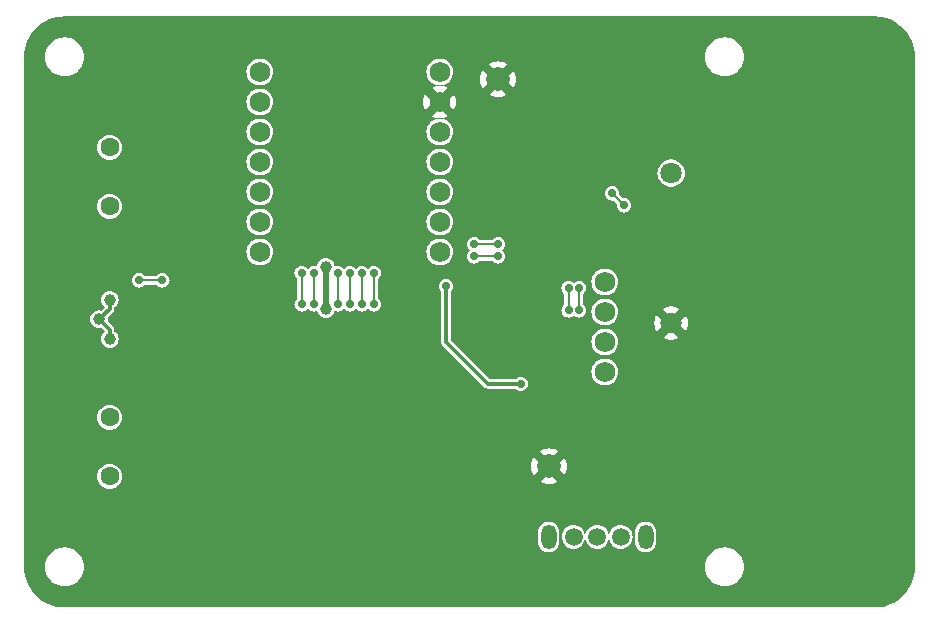
<source format=gbr>
%TF.GenerationSoftware,KiCad,Pcbnew,7.0.8*%
%TF.CreationDate,2024-01-07T13:32:43-05:00*%
%TF.ProjectId,destinationAutomation_v4.5,64657374-696e-4617-9469-6f6e4175746f,02*%
%TF.SameCoordinates,Original*%
%TF.FileFunction,Copper,L2,Bot*%
%TF.FilePolarity,Positive*%
%FSLAX46Y46*%
G04 Gerber Fmt 4.6, Leading zero omitted, Abs format (unit mm)*
G04 Created by KiCad (PCBNEW 7.0.8) date 2024-01-07 13:32:43*
%MOMM*%
%LPD*%
G01*
G04 APERTURE LIST*
%TA.AperFunction,ComponentPad*%
%ADD10C,2.000000*%
%TD*%
%TA.AperFunction,ComponentPad*%
%ADD11O,1.300000X2.100000*%
%TD*%
%TA.AperFunction,ComponentPad*%
%ADD12C,1.500000*%
%TD*%
%TA.AperFunction,ComponentPad*%
%ADD13C,1.750000*%
%TD*%
%TA.AperFunction,ComponentPad*%
%ADD14C,1.600000*%
%TD*%
%TA.AperFunction,ComponentPad*%
%ADD15C,1.800000*%
%TD*%
%TA.AperFunction,ViaPad*%
%ADD16C,1.000000*%
%TD*%
%TA.AperFunction,ViaPad*%
%ADD17C,0.700000*%
%TD*%
%TA.AperFunction,Conductor*%
%ADD18C,0.500000*%
%TD*%
%TA.AperFunction,Conductor*%
%ADD19C,0.200000*%
%TD*%
%TA.AperFunction,Conductor*%
%ADD20C,0.300000*%
%TD*%
G04 APERTURE END LIST*
D10*
%TO.P,TP12,1,1*%
%TO.N,GND*%
X127381000Y-121031000D03*
%TD*%
D11*
%TO.P,SW1,*%
%TO.N,*%
X127345000Y-127000000D03*
X135545000Y-127000000D03*
D12*
%TO.P,SW1,1,A*%
%TO.N,VCC*%
X129445000Y-127000000D03*
%TO.P,SW1,2,B*%
%TO.N,Net-(J1-Pin_1)*%
X131445000Y-127000000D03*
%TO.P,SW1,3,C*%
%TO.N,unconnected-(SW1-C-Pad3)*%
X133445000Y-127000000D03*
%TD*%
D13*
%TO.P,U1,1,D0*%
%TO.N,/M1_IN2*%
X102870000Y-87630000D03*
%TO.P,U1,2,D1*%
%TO.N,/M1_IN1*%
X102870000Y-90170000D03*
%TO.P,U1,3,D2*%
%TO.N,/M2_IN1*%
X102870000Y-92710000D03*
%TO.P,U1,4,D3*%
%TO.N,/M2_IN2*%
X102870000Y-95250000D03*
%TO.P,U1,5,SDA*%
%TO.N,/SDA*%
X102870000Y-97790000D03*
%TO.P,U1,6,SCL*%
%TO.N,/SCL*%
X102870000Y-100330000D03*
%TO.P,U1,7,D6*%
%TO.N,/DRV_SLEEP*%
X102870000Y-102870000D03*
%TO.P,U1,8,D7*%
%TO.N,/SW5*%
X118110000Y-102870000D03*
%TO.P,U1,9,SCK*%
%TO.N,/SW4*%
X118110000Y-100330000D03*
%TO.P,U1,10,MISO*%
%TO.N,/SW3*%
X118110000Y-97790000D03*
%TO.P,U1,11,MOSI*%
%TO.N,/SW2*%
X118110000Y-95250000D03*
%TO.P,U1,12,3V3*%
%TO.N,+3V3*%
X118110000Y-92710000D03*
%TO.P,U1,13,GND*%
%TO.N,GND*%
X118110000Y-90170000D03*
%TO.P,U1,14,VIN*%
%TO.N,+5V_B*%
X118110000Y-87630000D03*
%TD*%
D14*
%TO.P,J5,1,Pin_1*%
%TO.N,/M2_OUT1*%
X90170000Y-116880000D03*
%TO.P,J5,2,Pin_2*%
%TO.N,/M2_OUT2*%
X90170000Y-121880000D03*
%TD*%
%TO.P,J4,1,Pin_1*%
%TO.N,/M1_OUT1*%
X90170000Y-94020000D03*
%TO.P,J4,2,Pin_2*%
%TO.N,/M1_OUT2*%
X90170000Y-99020000D03*
%TD*%
D13*
%TO.P,U7,1,VCC*%
%TO.N,/OLED1*%
X132080000Y-113030000D03*
%TO.P,U7,2,GND*%
%TO.N,/OLED2*%
X132080000Y-110490000D03*
%TO.P,U7,3,SCL*%
%TO.N,/SCL*%
X132080000Y-107950000D03*
%TO.P,U7,4,SDA*%
%TO.N,/SDA*%
X132080000Y-105410000D03*
%TD*%
D10*
%TO.P,TP11,1,1*%
%TO.N,GND*%
X123063000Y-88265000D03*
%TD*%
D15*
%TO.P,J1,1,Pin_1*%
%TO.N,Net-(J1-Pin_1)*%
X137709000Y-96200000D03*
%TO.P,J1,2,Pin_2*%
%TO.N,GND*%
X137709000Y-108900000D03*
%TD*%
D16*
%TO.N,GND*%
X97726500Y-107061000D03*
X113538000Y-114427000D03*
D17*
X120281700Y-110426500D03*
D16*
X105219500Y-108712000D03*
X113538000Y-112903000D03*
D17*
X93472000Y-107950000D03*
X119634000Y-123571000D03*
X124714000Y-117094000D03*
X120269000Y-108292900D03*
X119634000Y-121412000D03*
X119634000Y-125730000D03*
D16*
X135509000Y-93091000D03*
D17*
X119634000Y-120396000D03*
X122809000Y-108585000D03*
X124714000Y-115570000D03*
X129271500Y-100838000D03*
X92202000Y-109220000D03*
X121285000Y-108585000D03*
D16*
X87630000Y-111252000D03*
D17*
X92202000Y-107950000D03*
X92837000Y-108585000D03*
X124460000Y-98171000D03*
X119634000Y-124714000D03*
X151257000Y-91694000D03*
X93472000Y-109220000D03*
X119634000Y-122555000D03*
D16*
%TO.N,+3V3*%
X108457765Y-104140000D03*
X108458000Y-107696000D03*
D17*
%TO.N,/OLED1*%
X129021497Y-107823000D03*
X129021497Y-105918000D03*
%TO.N,/OLED2*%
X129921000Y-105918000D03*
X129921000Y-107823000D03*
%TO.N,/SW2*%
X109474000Y-104648000D03*
X109474000Y-107315000D03*
%TO.N,/SW4*%
X111506000Y-104648000D03*
X111506000Y-107315000D03*
D16*
%TO.N,Net-(U3-AISEN)*%
X90170000Y-106934000D03*
X90170000Y-110236000D03*
X89281000Y-108585000D03*
D17*
%TO.N,/M2_IN1*%
X107442000Y-104648000D03*
X107442000Y-107315000D03*
%TO.N,/M2_IN2*%
X106426000Y-107315000D03*
X106426000Y-104648000D03*
%TO.N,/DRV_SLEEP*%
X94640400Y-105283000D03*
X92659200Y-105283000D03*
%TO.N,/SW3*%
X110490000Y-104648000D03*
X110490000Y-107315000D03*
%TO.N,/SW5*%
X112522000Y-107315000D03*
X112522000Y-104648000D03*
%TO.N,/SDA*%
X123063000Y-102235000D03*
X121031000Y-102235000D03*
%TO.N,/SCL*%
X132715000Y-97917000D03*
X133731000Y-98933000D03*
X121031000Y-103251000D03*
X123063000Y-103251000D03*
%TO.N,+5V_A*%
X124968000Y-114046000D03*
X118642629Y-105791000D03*
%TD*%
D18*
%TO.N,+3V3*%
X108458000Y-104140235D02*
X108458000Y-107696000D01*
X108457765Y-104140000D02*
X108458000Y-104140235D01*
D19*
%TO.N,/OLED1*%
X129021497Y-107823000D02*
X129021497Y-105918000D01*
%TO.N,/OLED2*%
X129921000Y-105918000D02*
X129921000Y-107823000D01*
%TO.N,/SW2*%
X109474000Y-107315000D02*
X109474000Y-104648000D01*
%TO.N,/SW4*%
X111506000Y-107315000D02*
X111506000Y-104648000D01*
D20*
%TO.N,Net-(U3-AISEN)*%
X90170000Y-107696000D02*
X89281000Y-108585000D01*
X90170000Y-106934000D02*
X90170000Y-107696000D01*
X90170000Y-110236000D02*
X90170000Y-109474000D01*
X90170000Y-109474000D02*
X89281000Y-108585000D01*
D19*
%TO.N,/M2_IN1*%
X107442000Y-107315000D02*
X107442000Y-104648000D01*
%TO.N,/M2_IN2*%
X106426000Y-107315000D02*
X106426000Y-104648000D01*
%TO.N,/DRV_SLEEP*%
X92659200Y-105283000D02*
X94640400Y-105283000D01*
%TO.N,/SW3*%
X110490000Y-107315000D02*
X110490000Y-104648000D01*
%TO.N,/SW5*%
X112522000Y-107315000D02*
X112522000Y-104648000D01*
%TO.N,/SDA*%
X121031000Y-102235000D02*
X123063000Y-102235000D01*
%TO.N,/SCL*%
X121031000Y-103251000D02*
X123063000Y-103251000D01*
X133731000Y-98933000D02*
X132715000Y-97917000D01*
D20*
%TO.N,+5V_A*%
X122200050Y-114046000D02*
X124968000Y-114046000D01*
X118644050Y-110490000D02*
X122200050Y-114046000D01*
X118642629Y-105791000D02*
X118644050Y-105792421D01*
X118644050Y-105792421D02*
X118644050Y-110490000D01*
%TD*%
%TA.AperFunction,Conductor*%
%TO.N,GND*%
G36*
X154940140Y-82931506D02*
G01*
X155275779Y-82947995D01*
X155276315Y-82948048D01*
X155471658Y-82977024D01*
X155608595Y-82997338D01*
X155609140Y-82997446D01*
X155934977Y-83079063D01*
X155935500Y-83079222D01*
X156251771Y-83192386D01*
X156252274Y-83192594D01*
X156404107Y-83264406D01*
X156555929Y-83336213D01*
X156556427Y-83336479D01*
X156650721Y-83392996D01*
X156844535Y-83509163D01*
X156844997Y-83509472D01*
X157114791Y-83709567D01*
X157115228Y-83709925D01*
X157364106Y-83935494D01*
X157364505Y-83935893D01*
X157590074Y-84184771D01*
X157590432Y-84185208D01*
X157790527Y-84455002D01*
X157790841Y-84455472D01*
X157963520Y-84743572D01*
X157963786Y-84744070D01*
X158107400Y-85047714D01*
X158107616Y-85048236D01*
X158220776Y-85364498D01*
X158220939Y-85365035D01*
X158226259Y-85386274D01*
X158302551Y-85690851D01*
X158302661Y-85691404D01*
X158351950Y-86023674D01*
X158352005Y-86024236D01*
X158368493Y-86359856D01*
X158368500Y-86360138D01*
X158368500Y-129539861D01*
X158368493Y-129540143D01*
X158352005Y-129875763D01*
X158351950Y-129876325D01*
X158302661Y-130208595D01*
X158302551Y-130209148D01*
X158220940Y-130534961D01*
X158220776Y-130535501D01*
X158107616Y-130851763D01*
X158107400Y-130852285D01*
X157963786Y-131155929D01*
X157963520Y-131156427D01*
X157790841Y-131444527D01*
X157790527Y-131444997D01*
X157590432Y-131714791D01*
X157590074Y-131715228D01*
X157364505Y-131964106D01*
X157364106Y-131964505D01*
X157115228Y-132190074D01*
X157114791Y-132190432D01*
X156844997Y-132390527D01*
X156844527Y-132390841D01*
X156556427Y-132563520D01*
X156555929Y-132563786D01*
X156252285Y-132707400D01*
X156251763Y-132707616D01*
X155935501Y-132820776D01*
X155934961Y-132820940D01*
X155609148Y-132902551D01*
X155608595Y-132902661D01*
X155276325Y-132951950D01*
X155275763Y-132952005D01*
X155031789Y-132963990D01*
X154940140Y-132968493D01*
X154939862Y-132968500D01*
X86360138Y-132968500D01*
X86359859Y-132968493D01*
X86247982Y-132962997D01*
X86024236Y-132952005D01*
X86023674Y-132951950D01*
X85691404Y-132902661D01*
X85690851Y-132902551D01*
X85365038Y-132820940D01*
X85364498Y-132820776D01*
X85048236Y-132707616D01*
X85047714Y-132707400D01*
X84744070Y-132563786D01*
X84743572Y-132563520D01*
X84455472Y-132390841D01*
X84455002Y-132390527D01*
X84185208Y-132190432D01*
X84184771Y-132190074D01*
X83935893Y-131964505D01*
X83935494Y-131964106D01*
X83709925Y-131715228D01*
X83709567Y-131714791D01*
X83509472Y-131444997D01*
X83509163Y-131444535D01*
X83336479Y-131156427D01*
X83336213Y-131155929D01*
X83264406Y-131004107D01*
X83192594Y-130852274D01*
X83192383Y-130851763D01*
X83142159Y-130711397D01*
X83079222Y-130535500D01*
X83079063Y-130534977D01*
X82997446Y-130209140D01*
X82997338Y-130208595D01*
X82948049Y-129876325D01*
X82947995Y-129875779D01*
X82931506Y-129540141D01*
X82931503Y-129540000D01*
X84703393Y-129540000D01*
X84723789Y-129799155D01*
X84784471Y-130051915D01*
X84784472Y-130051918D01*
X84784473Y-130051920D01*
X84883952Y-130292084D01*
X85019777Y-130513729D01*
X85188602Y-130711398D01*
X85386271Y-130880223D01*
X85607916Y-131016048D01*
X85848080Y-131115527D01*
X85848083Y-131115527D01*
X85848084Y-131115528D01*
X86100845Y-131176210D01*
X86100847Y-131176210D01*
X86100850Y-131176211D01*
X86295111Y-131191500D01*
X86295115Y-131191500D01*
X86424885Y-131191500D01*
X86424889Y-131191500D01*
X86619150Y-131176211D01*
X86619153Y-131176210D01*
X86619155Y-131176210D01*
X86745535Y-131145869D01*
X86871920Y-131115527D01*
X87112084Y-131016048D01*
X87333729Y-130880223D01*
X87531398Y-130711398D01*
X87700223Y-130513729D01*
X87836048Y-130292084D01*
X87935527Y-130051920D01*
X87996211Y-129799150D01*
X88016607Y-129540000D01*
X140583393Y-129540000D01*
X140603789Y-129799155D01*
X140664471Y-130051915D01*
X140664472Y-130051918D01*
X140664473Y-130051920D01*
X140763952Y-130292084D01*
X140899777Y-130513729D01*
X141068602Y-130711398D01*
X141266271Y-130880223D01*
X141487916Y-131016048D01*
X141728080Y-131115527D01*
X141728083Y-131115527D01*
X141728084Y-131115528D01*
X141980845Y-131176210D01*
X141980847Y-131176210D01*
X141980850Y-131176211D01*
X142175111Y-131191500D01*
X142175115Y-131191500D01*
X142304885Y-131191500D01*
X142304889Y-131191500D01*
X142499150Y-131176211D01*
X142499153Y-131176210D01*
X142499155Y-131176210D01*
X142625535Y-131145869D01*
X142751920Y-131115527D01*
X142992084Y-131016048D01*
X143213729Y-130880223D01*
X143411398Y-130711398D01*
X143580223Y-130513729D01*
X143716048Y-130292084D01*
X143815527Y-130051920D01*
X143876211Y-129799150D01*
X143896607Y-129540000D01*
X143876211Y-129280850D01*
X143815527Y-129028080D01*
X143716048Y-128787916D01*
X143580223Y-128566271D01*
X143411398Y-128368602D01*
X143213729Y-128199777D01*
X142992084Y-128063952D01*
X142850585Y-128005341D01*
X142751918Y-127964472D01*
X142751915Y-127964471D01*
X142499154Y-127903789D01*
X142499156Y-127903789D01*
X142382593Y-127894615D01*
X142304889Y-127888500D01*
X142175111Y-127888500D01*
X142097406Y-127894615D01*
X141980844Y-127903789D01*
X141728084Y-127964471D01*
X141728081Y-127964472D01*
X141487917Y-128063951D01*
X141291770Y-128184151D01*
X141266271Y-128199777D01*
X141068602Y-128368602D01*
X140899777Y-128566271D01*
X140899775Y-128566273D01*
X140899775Y-128566274D01*
X140763951Y-128787917D01*
X140664472Y-129028081D01*
X140664471Y-129028084D01*
X140603789Y-129280844D01*
X140583393Y-129540000D01*
X88016607Y-129540000D01*
X87996211Y-129280850D01*
X87935527Y-129028080D01*
X87836048Y-128787916D01*
X87700223Y-128566271D01*
X87531398Y-128368602D01*
X87333729Y-128199777D01*
X87112084Y-128063952D01*
X86970585Y-128005341D01*
X86871918Y-127964472D01*
X86871915Y-127964471D01*
X86619154Y-127903789D01*
X86619156Y-127903789D01*
X86502593Y-127894615D01*
X86424889Y-127888500D01*
X86295111Y-127888500D01*
X86217406Y-127894615D01*
X86100844Y-127903789D01*
X85848084Y-127964471D01*
X85848081Y-127964472D01*
X85607917Y-128063951D01*
X85411770Y-128184151D01*
X85386271Y-128199777D01*
X85188602Y-128368602D01*
X85019777Y-128566271D01*
X85019775Y-128566273D01*
X85019775Y-128566274D01*
X84883951Y-128787917D01*
X84784472Y-129028081D01*
X84784471Y-129028084D01*
X84723789Y-129280844D01*
X84703393Y-129540000D01*
X82931503Y-129540000D01*
X82931500Y-129539861D01*
X82931500Y-127447192D01*
X126444500Y-127447192D01*
X126459325Y-127588255D01*
X126517821Y-127768285D01*
X126612464Y-127932213D01*
X126612465Y-127932214D01*
X126731082Y-128063952D01*
X126739129Y-128072888D01*
X126892270Y-128184151D01*
X127065197Y-128261144D01*
X127250354Y-128300500D01*
X127250356Y-128300500D01*
X127439644Y-128300500D01*
X127439646Y-128300500D01*
X127624803Y-128261144D01*
X127797730Y-128184151D01*
X127950871Y-128072888D01*
X128077533Y-127932216D01*
X128079499Y-127928812D01*
X128114256Y-127868609D01*
X128172179Y-127768284D01*
X128230674Y-127588256D01*
X128245500Y-127447192D01*
X128245500Y-127000000D01*
X128439659Y-127000000D01*
X128458976Y-127196132D01*
X128458976Y-127196134D01*
X128458977Y-127196136D01*
X128516184Y-127384720D01*
X128516187Y-127384730D01*
X128549574Y-127447192D01*
X128609090Y-127558538D01*
X128734117Y-127710883D01*
X128886462Y-127835910D01*
X128886464Y-127835911D01*
X129013454Y-127903789D01*
X129060273Y-127928814D01*
X129248868Y-127986024D01*
X129445000Y-128005341D01*
X129641132Y-127986024D01*
X129829727Y-127928814D01*
X130003538Y-127835910D01*
X130155883Y-127710883D01*
X130280910Y-127558538D01*
X130373814Y-127384727D01*
X130431024Y-127196132D01*
X130433555Y-127170426D01*
X130437704Y-127162665D01*
X130446127Y-127160110D01*
X130453890Y-127164259D01*
X130456444Y-127170426D01*
X130458976Y-127196132D01*
X130458976Y-127196134D01*
X130458977Y-127196136D01*
X130516184Y-127384720D01*
X130516187Y-127384730D01*
X130549574Y-127447192D01*
X130609090Y-127558538D01*
X130734117Y-127710883D01*
X130886462Y-127835910D01*
X130886464Y-127835911D01*
X131013454Y-127903789D01*
X131060273Y-127928814D01*
X131248868Y-127986024D01*
X131445000Y-128005341D01*
X131641132Y-127986024D01*
X131829727Y-127928814D01*
X132003538Y-127835910D01*
X132155883Y-127710883D01*
X132280910Y-127558538D01*
X132373814Y-127384727D01*
X132431024Y-127196132D01*
X132433555Y-127170426D01*
X132437704Y-127162665D01*
X132446127Y-127160110D01*
X132453890Y-127164259D01*
X132456444Y-127170426D01*
X132458976Y-127196132D01*
X132458976Y-127196134D01*
X132458977Y-127196136D01*
X132516184Y-127384720D01*
X132516187Y-127384730D01*
X132549574Y-127447192D01*
X132609090Y-127558538D01*
X132734117Y-127710883D01*
X132886462Y-127835910D01*
X132886464Y-127835911D01*
X133013454Y-127903789D01*
X133060273Y-127928814D01*
X133248868Y-127986024D01*
X133445000Y-128005341D01*
X133641132Y-127986024D01*
X133829727Y-127928814D01*
X134003538Y-127835910D01*
X134155883Y-127710883D01*
X134280910Y-127558538D01*
X134340426Y-127447192D01*
X134644500Y-127447192D01*
X134659325Y-127588255D01*
X134717821Y-127768285D01*
X134812464Y-127932213D01*
X134812465Y-127932214D01*
X134931082Y-128063952D01*
X134939129Y-128072888D01*
X135092270Y-128184151D01*
X135265197Y-128261144D01*
X135450354Y-128300500D01*
X135450356Y-128300500D01*
X135639644Y-128300500D01*
X135639646Y-128300500D01*
X135824803Y-128261144D01*
X135997730Y-128184151D01*
X136150871Y-128072888D01*
X136277533Y-127932216D01*
X136279499Y-127928812D01*
X136314256Y-127868609D01*
X136372179Y-127768284D01*
X136430674Y-127588256D01*
X136445500Y-127447192D01*
X136445500Y-126552808D01*
X136430674Y-126411744D01*
X136372179Y-126231716D01*
X136372178Y-126231714D01*
X136277535Y-126067786D01*
X136277534Y-126067785D01*
X136150875Y-125927116D01*
X136150873Y-125927115D01*
X136150871Y-125927112D01*
X135997730Y-125815849D01*
X135997728Y-125815848D01*
X135824804Y-125738856D01*
X135763084Y-125725737D01*
X135639646Y-125699500D01*
X135450354Y-125699500D01*
X135357775Y-125719178D01*
X135265195Y-125738856D01*
X135092271Y-125815848D01*
X135092270Y-125815849D01*
X134939129Y-125927112D01*
X134939128Y-125927113D01*
X134939124Y-125927116D01*
X134812465Y-126067785D01*
X134812464Y-126067786D01*
X134717821Y-126231714D01*
X134659325Y-126411744D01*
X134644500Y-126552807D01*
X134644500Y-127447192D01*
X134340426Y-127447192D01*
X134373814Y-127384727D01*
X134431024Y-127196132D01*
X134450341Y-127000000D01*
X134431024Y-126803868D01*
X134373814Y-126615273D01*
X134280910Y-126441462D01*
X134155883Y-126289117D01*
X134003538Y-126164090D01*
X134003536Y-126164089D01*
X134003535Y-126164088D01*
X133829730Y-126071187D01*
X133829720Y-126071184D01*
X133818518Y-126067786D01*
X133760609Y-126050219D01*
X133641136Y-126013977D01*
X133641134Y-126013976D01*
X133641132Y-126013976D01*
X133445000Y-125994659D01*
X133248868Y-126013976D01*
X133248865Y-126013976D01*
X133248863Y-126013977D01*
X133060279Y-126071184D01*
X133060269Y-126071187D01*
X132886464Y-126164088D01*
X132734117Y-126289117D01*
X132609088Y-126441464D01*
X132516187Y-126615269D01*
X132516184Y-126615279D01*
X132458977Y-126803863D01*
X132458976Y-126803865D01*
X132458976Y-126803868D01*
X132456445Y-126829571D01*
X132452295Y-126837334D01*
X132443873Y-126839889D01*
X132436110Y-126835739D01*
X132433555Y-126829571D01*
X132431024Y-126803868D01*
X132373814Y-126615273D01*
X132280910Y-126441462D01*
X132155883Y-126289117D01*
X132003538Y-126164090D01*
X132003536Y-126164089D01*
X132003535Y-126164088D01*
X131829730Y-126071187D01*
X131829720Y-126071184D01*
X131818518Y-126067786D01*
X131760609Y-126050219D01*
X131641136Y-126013977D01*
X131641134Y-126013976D01*
X131641132Y-126013976D01*
X131445000Y-125994659D01*
X131248868Y-126013976D01*
X131248865Y-126013976D01*
X131248863Y-126013977D01*
X131060279Y-126071184D01*
X131060269Y-126071187D01*
X130886464Y-126164088D01*
X130734117Y-126289117D01*
X130609088Y-126441464D01*
X130516187Y-126615269D01*
X130516184Y-126615279D01*
X130458977Y-126803863D01*
X130458976Y-126803865D01*
X130458976Y-126803868D01*
X130456445Y-126829571D01*
X130452295Y-126837334D01*
X130443873Y-126839889D01*
X130436110Y-126835739D01*
X130433555Y-126829571D01*
X130431024Y-126803868D01*
X130373814Y-126615273D01*
X130280910Y-126441462D01*
X130155883Y-126289117D01*
X130003538Y-126164090D01*
X130003536Y-126164089D01*
X130003535Y-126164088D01*
X129829730Y-126071187D01*
X129829720Y-126071184D01*
X129818518Y-126067786D01*
X129760609Y-126050219D01*
X129641136Y-126013977D01*
X129641134Y-126013976D01*
X129641132Y-126013976D01*
X129445000Y-125994659D01*
X129248868Y-126013976D01*
X129248865Y-126013976D01*
X129248863Y-126013977D01*
X129060279Y-126071184D01*
X129060269Y-126071187D01*
X128886464Y-126164088D01*
X128734117Y-126289117D01*
X128609088Y-126441464D01*
X128516187Y-126615269D01*
X128516184Y-126615279D01*
X128458977Y-126803863D01*
X128458976Y-126803865D01*
X128458976Y-126803868D01*
X128439659Y-127000000D01*
X128245500Y-127000000D01*
X128245500Y-126552808D01*
X128230674Y-126411744D01*
X128172179Y-126231716D01*
X128172178Y-126231714D01*
X128077535Y-126067786D01*
X128077534Y-126067785D01*
X127950875Y-125927116D01*
X127950873Y-125927115D01*
X127950871Y-125927112D01*
X127797730Y-125815849D01*
X127797728Y-125815848D01*
X127624804Y-125738856D01*
X127563084Y-125725737D01*
X127439646Y-125699500D01*
X127250354Y-125699500D01*
X127157775Y-125719178D01*
X127065195Y-125738856D01*
X126892271Y-125815848D01*
X126892270Y-125815849D01*
X126739129Y-125927112D01*
X126739128Y-125927113D01*
X126739124Y-125927116D01*
X126612465Y-126067785D01*
X126612464Y-126067786D01*
X126517821Y-126231714D01*
X126459325Y-126411744D01*
X126444500Y-126552807D01*
X126444500Y-127447192D01*
X82931500Y-127447192D01*
X82931500Y-121880000D01*
X89114417Y-121880000D01*
X89134700Y-122085934D01*
X89134700Y-122085936D01*
X89134701Y-122085938D01*
X89194766Y-122283947D01*
X89194769Y-122283957D01*
X89292313Y-122466447D01*
X89292315Y-122466450D01*
X89423590Y-122626410D01*
X89583550Y-122757685D01*
X89766046Y-122855232D01*
X89964066Y-122915300D01*
X90170000Y-122935583D01*
X90375934Y-122915300D01*
X90573954Y-122855232D01*
X90756450Y-122757685D01*
X90916410Y-122626410D01*
X91047685Y-122466450D01*
X91119366Y-122332345D01*
X126618468Y-122332345D01*
X126694266Y-122378793D01*
X126913562Y-122469628D01*
X126913565Y-122469629D01*
X127144362Y-122525039D01*
X127144360Y-122525039D01*
X127381000Y-122543662D01*
X127617638Y-122525039D01*
X127848434Y-122469629D01*
X127848437Y-122469628D01*
X128067736Y-122378792D01*
X128143530Y-122332345D01*
X127380999Y-121569815D01*
X126618468Y-122332345D01*
X91119366Y-122332345D01*
X91145232Y-122283954D01*
X91205300Y-122085934D01*
X91225583Y-121880000D01*
X91205300Y-121674066D01*
X91145232Y-121476046D01*
X91134491Y-121455952D01*
X91047686Y-121293552D01*
X91047685Y-121293550D01*
X90916410Y-121133590D01*
X90791403Y-121031000D01*
X125868337Y-121031000D01*
X125886960Y-121267638D01*
X125942370Y-121498434D01*
X125942371Y-121498437D01*
X126033206Y-121717733D01*
X126079653Y-121793530D01*
X126770295Y-121102889D01*
X126881000Y-121102889D01*
X126921507Y-121240844D01*
X126999239Y-121361798D01*
X127107900Y-121455952D01*
X127238685Y-121515680D01*
X127345237Y-121531000D01*
X127416763Y-121531000D01*
X127523315Y-121515680D01*
X127654100Y-121455952D01*
X127762761Y-121361798D01*
X127840493Y-121240844D01*
X127881000Y-121102889D01*
X127881000Y-121030999D01*
X127919815Y-121030999D01*
X128682345Y-121793530D01*
X128728792Y-121717736D01*
X128819628Y-121498437D01*
X128819629Y-121498434D01*
X128875039Y-121267638D01*
X128893662Y-121031000D01*
X128875039Y-120794361D01*
X128819629Y-120563565D01*
X128819628Y-120563562D01*
X128728793Y-120344266D01*
X128682345Y-120268468D01*
X127919815Y-121030999D01*
X127881000Y-121030999D01*
X127881000Y-120959111D01*
X127840493Y-120821156D01*
X127762761Y-120700202D01*
X127654100Y-120606048D01*
X127523315Y-120546320D01*
X127416763Y-120531000D01*
X127345237Y-120531000D01*
X127238685Y-120546320D01*
X127107900Y-120606048D01*
X126999239Y-120700202D01*
X126921507Y-120821156D01*
X126881000Y-120959111D01*
X126881000Y-121102889D01*
X126770295Y-121102889D01*
X126842184Y-121031000D01*
X126079653Y-120268468D01*
X126033206Y-120344266D01*
X125942371Y-120563562D01*
X125942370Y-120563565D01*
X125886960Y-120794361D01*
X125868337Y-121031000D01*
X90791403Y-121031000D01*
X90756450Y-121002315D01*
X90756448Y-121002314D01*
X90756447Y-121002313D01*
X90573957Y-120904769D01*
X90573947Y-120904766D01*
X90375938Y-120844701D01*
X90375936Y-120844700D01*
X90375934Y-120844700D01*
X90170000Y-120824417D01*
X89964066Y-120844700D01*
X89964063Y-120844700D01*
X89964061Y-120844701D01*
X89766052Y-120904766D01*
X89766042Y-120904769D01*
X89583552Y-121002313D01*
X89423590Y-121133590D01*
X89292313Y-121293552D01*
X89194769Y-121476042D01*
X89194766Y-121476052D01*
X89134701Y-121674061D01*
X89134700Y-121674063D01*
X89134700Y-121674066D01*
X89114417Y-121880000D01*
X82931500Y-121880000D01*
X82931500Y-119729653D01*
X126618468Y-119729653D01*
X127380999Y-120492184D01*
X128143530Y-119729653D01*
X128067733Y-119683206D01*
X127848437Y-119592371D01*
X127848434Y-119592370D01*
X127617637Y-119536960D01*
X127617639Y-119536960D01*
X127381000Y-119518337D01*
X127144361Y-119536960D01*
X126913565Y-119592370D01*
X126913562Y-119592371D01*
X126694266Y-119683206D01*
X126618468Y-119729653D01*
X82931500Y-119729653D01*
X82931500Y-116880000D01*
X89114417Y-116880000D01*
X89134700Y-117085934D01*
X89134700Y-117085936D01*
X89134701Y-117085938D01*
X89194766Y-117283947D01*
X89194769Y-117283957D01*
X89292313Y-117466447D01*
X89292315Y-117466450D01*
X89423590Y-117626410D01*
X89583550Y-117757685D01*
X89766046Y-117855232D01*
X89964066Y-117915300D01*
X90170000Y-117935583D01*
X90375934Y-117915300D01*
X90573954Y-117855232D01*
X90756450Y-117757685D01*
X90916410Y-117626410D01*
X91047685Y-117466450D01*
X91145232Y-117283954D01*
X91205300Y-117085934D01*
X91225583Y-116880000D01*
X91205300Y-116674066D01*
X91145232Y-116476046D01*
X91047685Y-116293550D01*
X90916410Y-116133590D01*
X90756450Y-116002315D01*
X90756448Y-116002314D01*
X90756447Y-116002313D01*
X90573957Y-115904769D01*
X90573947Y-115904766D01*
X90375938Y-115844701D01*
X90375936Y-115844700D01*
X90375934Y-115844700D01*
X90170000Y-115824417D01*
X89964066Y-115844700D01*
X89964063Y-115844700D01*
X89964061Y-115844701D01*
X89766052Y-115904766D01*
X89766042Y-115904769D01*
X89583552Y-116002313D01*
X89423590Y-116133590D01*
X89292313Y-116293552D01*
X89194769Y-116476042D01*
X89194766Y-116476052D01*
X89134701Y-116674061D01*
X89134700Y-116674063D01*
X89134700Y-116674066D01*
X89114417Y-116880000D01*
X82931500Y-116880000D01*
X82931500Y-108585000D01*
X88525751Y-108585000D01*
X88544687Y-108753059D01*
X88556580Y-108787047D01*
X88600545Y-108912693D01*
X88600547Y-108912696D01*
X88690518Y-109055883D01*
X88690521Y-109055887D01*
X88690523Y-109055890D01*
X88810110Y-109175477D01*
X88810112Y-109175478D01*
X88810113Y-109175479D01*
X88810116Y-109175481D01*
X88953303Y-109265452D01*
X88953306Y-109265454D01*
X88953307Y-109265454D01*
X88953310Y-109265456D01*
X89112941Y-109321313D01*
X89281000Y-109340249D01*
X89445228Y-109321744D01*
X89453685Y-109324181D01*
X89454647Y-109325040D01*
X89735598Y-109605991D01*
X89738966Y-109614123D01*
X89735598Y-109622255D01*
X89733585Y-109623860D01*
X89699112Y-109645521D01*
X89699110Y-109645522D01*
X89699110Y-109645523D01*
X89579523Y-109765110D01*
X89579521Y-109765112D01*
X89579521Y-109765113D01*
X89579518Y-109765116D01*
X89489547Y-109908303D01*
X89489545Y-109908306D01*
X89489544Y-109908310D01*
X89433687Y-110067941D01*
X89414751Y-110236000D01*
X89433687Y-110404059D01*
X89433688Y-110404061D01*
X89489545Y-110563693D01*
X89489547Y-110563696D01*
X89579518Y-110706883D01*
X89579521Y-110706887D01*
X89579523Y-110706890D01*
X89699110Y-110826477D01*
X89699112Y-110826478D01*
X89699113Y-110826479D01*
X89699116Y-110826481D01*
X89842303Y-110916452D01*
X89842306Y-110916454D01*
X89842307Y-110916454D01*
X89842310Y-110916456D01*
X90001941Y-110972313D01*
X90170000Y-110991249D01*
X90338059Y-110972313D01*
X90497690Y-110916456D01*
X90640890Y-110826477D01*
X90760477Y-110706890D01*
X90850456Y-110563690D01*
X90906313Y-110404059D01*
X90925249Y-110236000D01*
X90906313Y-110067941D01*
X90850456Y-109908310D01*
X90850454Y-109908307D01*
X90850454Y-109908306D01*
X90850452Y-109908303D01*
X90760481Y-109765116D01*
X90760479Y-109765113D01*
X90760478Y-109765112D01*
X90760477Y-109765110D01*
X90640890Y-109645523D01*
X90640887Y-109645521D01*
X90640883Y-109645518D01*
X90575882Y-109604674D01*
X90570788Y-109597496D01*
X90570500Y-109594937D01*
X90570500Y-109410569D01*
X90570499Y-109410563D01*
X90560917Y-109381074D01*
X90560496Y-109379319D01*
X90555647Y-109348702D01*
X90555646Y-109348699D01*
X90555646Y-109348696D01*
X90541565Y-109321061D01*
X90540876Y-109319396D01*
X90531296Y-109289911D01*
X90531293Y-109289907D01*
X90531293Y-109289906D01*
X90513529Y-109265456D01*
X90513069Y-109264823D01*
X90512128Y-109263288D01*
X90498049Y-109235657D01*
X90475486Y-109213094D01*
X90475484Y-109213091D01*
X90021040Y-108758647D01*
X90017672Y-108750515D01*
X90017743Y-108749240D01*
X90036249Y-108585000D01*
X90017744Y-108420769D01*
X90020181Y-108412313D01*
X90021031Y-108411360D01*
X90475484Y-107956909D01*
X90475485Y-107956906D01*
X90476139Y-107956253D01*
X90476142Y-107956249D01*
X90498047Y-107934345D01*
X90498048Y-107934344D01*
X90498048Y-107934343D01*
X90498050Y-107934342D01*
X90512130Y-107906706D01*
X90513064Y-107905182D01*
X90531296Y-107880089D01*
X90540879Y-107850594D01*
X90541569Y-107848930D01*
X90555646Y-107821304D01*
X90560496Y-107790677D01*
X90560917Y-107788924D01*
X90570499Y-107759436D01*
X90570498Y-107759436D01*
X90570500Y-107759433D01*
X90570500Y-107632567D01*
X90570500Y-107575061D01*
X90573868Y-107566929D01*
X90575882Y-107565324D01*
X90577978Y-107564007D01*
X90640890Y-107524477D01*
X90760477Y-107404890D01*
X90816959Y-107315000D01*
X105820318Y-107315000D01*
X105840956Y-107471762D01*
X105901464Y-107617841D01*
X105997718Y-107743282D01*
X106123159Y-107839536D01*
X106269238Y-107900044D01*
X106426000Y-107920682D01*
X106582762Y-107900044D01*
X106728841Y-107839536D01*
X106854282Y-107743282D01*
X106924876Y-107651280D01*
X106932499Y-107646880D01*
X106941001Y-107649158D01*
X106943121Y-107651278D01*
X107013718Y-107743282D01*
X107139159Y-107839536D01*
X107285238Y-107900044D01*
X107442000Y-107920682D01*
X107598762Y-107900044D01*
X107705992Y-107855627D01*
X107714793Y-107855627D01*
X107721017Y-107861851D01*
X107721604Y-107863697D01*
X107721685Y-107864054D01*
X107777545Y-108023693D01*
X107777547Y-108023696D01*
X107867518Y-108166883D01*
X107867521Y-108166887D01*
X107867523Y-108166890D01*
X107987110Y-108286477D01*
X107987112Y-108286478D01*
X107987113Y-108286479D01*
X107987116Y-108286481D01*
X108130303Y-108376452D01*
X108130306Y-108376454D01*
X108130307Y-108376454D01*
X108130310Y-108376456D01*
X108289941Y-108432313D01*
X108458000Y-108451249D01*
X108626059Y-108432313D01*
X108785690Y-108376456D01*
X108928890Y-108286477D01*
X109048477Y-108166890D01*
X109138456Y-108023690D01*
X109194313Y-107864059D01*
X109194314Y-107864045D01*
X109194392Y-107863707D01*
X109194479Y-107863583D01*
X109194526Y-107863450D01*
X109194564Y-107863463D01*
X109199476Y-107856522D01*
X109208152Y-107855037D01*
X109210002Y-107855625D01*
X109317236Y-107900043D01*
X109317235Y-107900043D01*
X109317238Y-107900044D01*
X109474000Y-107920682D01*
X109630762Y-107900044D01*
X109776841Y-107839536D01*
X109902282Y-107743282D01*
X109972876Y-107651280D01*
X109980499Y-107646880D01*
X109989001Y-107649158D01*
X109991121Y-107651278D01*
X110061718Y-107743282D01*
X110187159Y-107839536D01*
X110333238Y-107900044D01*
X110490000Y-107920682D01*
X110646762Y-107900044D01*
X110792841Y-107839536D01*
X110918282Y-107743282D01*
X110988876Y-107651280D01*
X110996499Y-107646880D01*
X111005001Y-107649158D01*
X111007121Y-107651278D01*
X111077718Y-107743282D01*
X111203159Y-107839536D01*
X111349238Y-107900044D01*
X111506000Y-107920682D01*
X111662762Y-107900044D01*
X111808841Y-107839536D01*
X111934282Y-107743282D01*
X112004876Y-107651280D01*
X112012499Y-107646880D01*
X112021001Y-107649158D01*
X112023121Y-107651278D01*
X112093718Y-107743282D01*
X112219159Y-107839536D01*
X112365238Y-107900044D01*
X112522000Y-107920682D01*
X112678762Y-107900044D01*
X112824841Y-107839536D01*
X112950282Y-107743282D01*
X113046536Y-107617841D01*
X113107044Y-107471762D01*
X113127682Y-107315000D01*
X113107044Y-107158238D01*
X113046536Y-107012159D01*
X112950282Y-106886718D01*
X112950281Y-106886717D01*
X112950278Y-106886714D01*
X112876999Y-106830484D01*
X112872598Y-106822862D01*
X112872500Y-106821361D01*
X112872500Y-105791000D01*
X118036947Y-105791000D01*
X118057585Y-105947762D01*
X118118093Y-106093841D01*
X118214347Y-106219282D01*
X118239051Y-106238238D01*
X118243452Y-106245860D01*
X118243550Y-106247361D01*
X118243550Y-110553430D01*
X118243551Y-110553438D01*
X118253131Y-110582924D01*
X118253552Y-110584678D01*
X118258402Y-110615300D01*
X118272482Y-110642934D01*
X118273172Y-110644601D01*
X118282754Y-110674089D01*
X118282756Y-110674094D01*
X118300981Y-110699179D01*
X118301923Y-110700717D01*
X118315997Y-110728339D01*
X118316000Y-110728342D01*
X118338563Y-110750905D01*
X118338566Y-110750909D01*
X121872000Y-114284342D01*
X121961708Y-114374050D01*
X121989337Y-114388126D01*
X121990873Y-114389069D01*
X122015955Y-114407293D01*
X122015956Y-114407294D01*
X122015958Y-114407294D01*
X122015960Y-114407296D01*
X122045449Y-114416877D01*
X122047111Y-114417565D01*
X122074746Y-114431646D01*
X122085407Y-114433334D01*
X122105372Y-114436496D01*
X122107128Y-114436917D01*
X122136613Y-114446498D01*
X122136614Y-114446498D01*
X122136617Y-114446499D01*
X122168283Y-114446499D01*
X122168307Y-114446500D01*
X122168531Y-114446500D01*
X124512728Y-114446500D01*
X124520860Y-114449868D01*
X124521851Y-114450999D01*
X124539714Y-114474278D01*
X124539717Y-114474281D01*
X124539718Y-114474282D01*
X124665159Y-114570536D01*
X124811238Y-114631044D01*
X124968000Y-114651682D01*
X125124762Y-114631044D01*
X125270841Y-114570536D01*
X125396282Y-114474282D01*
X125492536Y-114348841D01*
X125553044Y-114202762D01*
X125573682Y-114046000D01*
X125553044Y-113889238D01*
X125492536Y-113743159D01*
X125396282Y-113617718D01*
X125270841Y-113521464D01*
X125124762Y-113460956D01*
X124968000Y-113440318D01*
X124811238Y-113460956D01*
X124665159Y-113521464D01*
X124539717Y-113617718D01*
X124539714Y-113617721D01*
X124521851Y-113641001D01*
X124514229Y-113645402D01*
X124512728Y-113645500D01*
X122370706Y-113645500D01*
X122362574Y-113642132D01*
X121750442Y-113030000D01*
X130949678Y-113030000D01*
X130968923Y-113237693D01*
X131026005Y-113438316D01*
X131026009Y-113438326D01*
X131118981Y-113625039D01*
X131118983Y-113625042D01*
X131244674Y-113791484D01*
X131244677Y-113791487D01*
X131244682Y-113791493D01*
X131351904Y-113889238D01*
X131398832Y-113932019D01*
X131576162Y-114041817D01*
X131576172Y-114041823D01*
X131770673Y-114117173D01*
X131770679Y-114117174D01*
X131770685Y-114117176D01*
X131900417Y-114141426D01*
X131975707Y-114155500D01*
X132184293Y-114155500D01*
X132291623Y-114135436D01*
X132389314Y-114117176D01*
X132389317Y-114117174D01*
X132389327Y-114117173D01*
X132583828Y-114041823D01*
X132663558Y-113992455D01*
X132761167Y-113932019D01*
X132761168Y-113932017D01*
X132761171Y-113932016D01*
X132915318Y-113791493D01*
X133041019Y-113625038D01*
X133133994Y-113438319D01*
X133191076Y-113237696D01*
X133210322Y-113030000D01*
X133191076Y-112822304D01*
X133133994Y-112621681D01*
X133041019Y-112434962D01*
X133041018Y-112434961D01*
X133041018Y-112434960D01*
X133041016Y-112434957D01*
X132915325Y-112268515D01*
X132915321Y-112268512D01*
X132915318Y-112268507D01*
X132761171Y-112127984D01*
X132761172Y-112127984D01*
X132761167Y-112127980D01*
X132583837Y-112018182D01*
X132583832Y-112018179D01*
X132583828Y-112018177D01*
X132583823Y-112018175D01*
X132583817Y-112018172D01*
X132434773Y-111960432D01*
X132389327Y-111942827D01*
X132389324Y-111942826D01*
X132389314Y-111942823D01*
X132184295Y-111904500D01*
X132184293Y-111904500D01*
X131975707Y-111904500D01*
X131975704Y-111904500D01*
X131770685Y-111942823D01*
X131770670Y-111942828D01*
X131576182Y-112018172D01*
X131576162Y-112018182D01*
X131398832Y-112127980D01*
X131299941Y-112218131D01*
X131244682Y-112268507D01*
X131244680Y-112268509D01*
X131244674Y-112268515D01*
X131118983Y-112434957D01*
X131118981Y-112434960D01*
X131026009Y-112621673D01*
X131026005Y-112621683D01*
X130968923Y-112822306D01*
X130949678Y-113030000D01*
X121750442Y-113030000D01*
X119210443Y-110490000D01*
X130949678Y-110490000D01*
X130968923Y-110697693D01*
X131026005Y-110898316D01*
X131026009Y-110898326D01*
X131118981Y-111085039D01*
X131118983Y-111085042D01*
X131244674Y-111251484D01*
X131244677Y-111251487D01*
X131244682Y-111251493D01*
X131378106Y-111373125D01*
X131398832Y-111392019D01*
X131576162Y-111501817D01*
X131576172Y-111501823D01*
X131770673Y-111577173D01*
X131770679Y-111577174D01*
X131770685Y-111577176D01*
X131900417Y-111601426D01*
X131975707Y-111615500D01*
X132184293Y-111615500D01*
X132291623Y-111595436D01*
X132389314Y-111577176D01*
X132389317Y-111577174D01*
X132389327Y-111577173D01*
X132583828Y-111501823D01*
X132663558Y-111452455D01*
X132761167Y-111392019D01*
X132761168Y-111392017D01*
X132761171Y-111392016D01*
X132915318Y-111251493D01*
X133041019Y-111085038D01*
X133133994Y-110898319D01*
X133191076Y-110697696D01*
X133210322Y-110490000D01*
X133191076Y-110282304D01*
X133133994Y-110081681D01*
X133041019Y-109894962D01*
X133041018Y-109894961D01*
X133041018Y-109894960D01*
X133041016Y-109894957D01*
X132915325Y-109728515D01*
X132915321Y-109728512D01*
X132915318Y-109728507D01*
X132779479Y-109604674D01*
X132761167Y-109587980D01*
X132583837Y-109478182D01*
X132583832Y-109478179D01*
X132583828Y-109478177D01*
X132583823Y-109478175D01*
X132583817Y-109478172D01*
X132409296Y-109410563D01*
X132389327Y-109402827D01*
X132389324Y-109402826D01*
X132389314Y-109402823D01*
X132184295Y-109364500D01*
X132184293Y-109364500D01*
X131975707Y-109364500D01*
X131975704Y-109364500D01*
X131770685Y-109402823D01*
X131770670Y-109402828D01*
X131576182Y-109478172D01*
X131576162Y-109478182D01*
X131398832Y-109587980D01*
X131335711Y-109645523D01*
X131244682Y-109728507D01*
X131244680Y-109728509D01*
X131244674Y-109728515D01*
X131118983Y-109894957D01*
X131118981Y-109894960D01*
X131026009Y-110081673D01*
X131026005Y-110081683D01*
X130968923Y-110282306D01*
X130949678Y-110490000D01*
X119210443Y-110490000D01*
X119047918Y-110327475D01*
X119044550Y-110319343D01*
X119044550Y-107823000D01*
X128415815Y-107823000D01*
X128436453Y-107979762D01*
X128496961Y-108125841D01*
X128593215Y-108251282D01*
X128718656Y-108347536D01*
X128864735Y-108408044D01*
X129021497Y-108428682D01*
X129178259Y-108408044D01*
X129324338Y-108347536D01*
X129449779Y-108251282D01*
X129462124Y-108235192D01*
X129469746Y-108230791D01*
X129478248Y-108233069D01*
X129480370Y-108235190D01*
X129492718Y-108251282D01*
X129618159Y-108347536D01*
X129764238Y-108408044D01*
X129921000Y-108428682D01*
X130077762Y-108408044D01*
X130223841Y-108347536D01*
X130349282Y-108251282D01*
X130445536Y-108125841D01*
X130506044Y-107979762D01*
X130509962Y-107950000D01*
X130949678Y-107950000D01*
X130968923Y-108157693D01*
X131026005Y-108358316D01*
X131026009Y-108358326D01*
X131118981Y-108545039D01*
X131118983Y-108545042D01*
X131244674Y-108711484D01*
X131244677Y-108711487D01*
X131244682Y-108711493D01*
X131378106Y-108833125D01*
X131398832Y-108852019D01*
X131576162Y-108961817D01*
X131576172Y-108961823D01*
X131770673Y-109037173D01*
X131770679Y-109037174D01*
X131770685Y-109037176D01*
X131900417Y-109061426D01*
X131975707Y-109075500D01*
X132184293Y-109075500D01*
X132291623Y-109055436D01*
X132389314Y-109037176D01*
X132389317Y-109037174D01*
X132389327Y-109037173D01*
X132583828Y-108961823D01*
X132683675Y-108900000D01*
X136296174Y-108900000D01*
X136315444Y-109132549D01*
X136372724Y-109358741D01*
X136372726Y-109358746D01*
X136466458Y-109572434D01*
X136466460Y-109572438D01*
X136478823Y-109591359D01*
X137156799Y-108913383D01*
X137155123Y-108937886D01*
X137185884Y-109085915D01*
X137255442Y-109220156D01*
X137358638Y-109330652D01*
X137487819Y-109409209D01*
X137633404Y-109450000D01*
X137697814Y-109450000D01*
X137019821Y-110127993D01*
X137141468Y-110193824D01*
X137141476Y-110193828D01*
X137362171Y-110269593D01*
X137362181Y-110269595D01*
X137592332Y-110308000D01*
X137825668Y-110308000D01*
X138055818Y-110269595D01*
X138055828Y-110269593D01*
X138276523Y-110193828D01*
X138276531Y-110193824D01*
X138398177Y-110127993D01*
X137720184Y-109450000D01*
X137746622Y-109450000D01*
X137858783Y-109434584D01*
X137997458Y-109374349D01*
X138114739Y-109278934D01*
X138201928Y-109155415D01*
X138252559Y-109012953D01*
X138259487Y-108911671D01*
X138939175Y-109591359D01*
X138951538Y-109572437D01*
X138951545Y-109572425D01*
X139045273Y-109358746D01*
X139045275Y-109358741D01*
X139102555Y-109132549D01*
X139121825Y-108900000D01*
X139102555Y-108667450D01*
X139045275Y-108441258D01*
X139045273Y-108441253D01*
X138951545Y-108227574D01*
X138951538Y-108227562D01*
X138939175Y-108208639D01*
X138261201Y-108886612D01*
X138262877Y-108862114D01*
X138232116Y-108714085D01*
X138162558Y-108579844D01*
X138059362Y-108469348D01*
X137930181Y-108390791D01*
X137784596Y-108350000D01*
X137720183Y-108350000D01*
X138398178Y-107672006D01*
X138398177Y-107672005D01*
X138276531Y-107606175D01*
X138276523Y-107606171D01*
X138055828Y-107530406D01*
X138055818Y-107530404D01*
X137825668Y-107492000D01*
X137592332Y-107492000D01*
X137362181Y-107530404D01*
X137362171Y-107530406D01*
X137141476Y-107606171D01*
X137141468Y-107606175D01*
X137019821Y-107672005D01*
X137697815Y-108350000D01*
X137671378Y-108350000D01*
X137559217Y-108365416D01*
X137420542Y-108425651D01*
X137303261Y-108521066D01*
X137216072Y-108644585D01*
X137165441Y-108787047D01*
X137158512Y-108888327D01*
X136478824Y-108208639D01*
X136466457Y-108227568D01*
X136372726Y-108441253D01*
X136372724Y-108441258D01*
X136315444Y-108667450D01*
X136296174Y-108900000D01*
X132683675Y-108900000D01*
X132761167Y-108852019D01*
X132761168Y-108852017D01*
X132761171Y-108852016D01*
X132915318Y-108711493D01*
X133041019Y-108545038D01*
X133133994Y-108358319D01*
X133191076Y-108157696D01*
X133210322Y-107950000D01*
X133191076Y-107742304D01*
X133133994Y-107541681D01*
X133041019Y-107354962D01*
X133041018Y-107354961D01*
X133041018Y-107354960D01*
X133041016Y-107354957D01*
X132915325Y-107188515D01*
X132915321Y-107188512D01*
X132915318Y-107188507D01*
X132761171Y-107047984D01*
X132761172Y-107047984D01*
X132761167Y-107047980D01*
X132583837Y-106938182D01*
X132583832Y-106938179D01*
X132583828Y-106938177D01*
X132583823Y-106938175D01*
X132583817Y-106938172D01*
X132434773Y-106880432D01*
X132389327Y-106862827D01*
X132389324Y-106862826D01*
X132389314Y-106862823D01*
X132184295Y-106824500D01*
X132184293Y-106824500D01*
X131975707Y-106824500D01*
X131975704Y-106824500D01*
X131770685Y-106862823D01*
X131770670Y-106862828D01*
X131576182Y-106938172D01*
X131576162Y-106938182D01*
X131398832Y-107047980D01*
X131339511Y-107102059D01*
X131244682Y-107188507D01*
X131244680Y-107188509D01*
X131244674Y-107188515D01*
X131118983Y-107354957D01*
X131118981Y-107354960D01*
X131026009Y-107541673D01*
X131026005Y-107541683D01*
X130968923Y-107742306D01*
X130949678Y-107950000D01*
X130509962Y-107950000D01*
X130526682Y-107823000D01*
X130506044Y-107666238D01*
X130445536Y-107520159D01*
X130349282Y-107394718D01*
X130349281Y-107394717D01*
X130349278Y-107394714D01*
X130275999Y-107338484D01*
X130271598Y-107330862D01*
X130271500Y-107329361D01*
X130271500Y-106411637D01*
X130274868Y-106403505D01*
X130275991Y-106402519D01*
X130349282Y-106346282D01*
X130445536Y-106220841D01*
X130506044Y-106074762D01*
X130526682Y-105918000D01*
X130506044Y-105761238D01*
X130445536Y-105615159D01*
X130349282Y-105489718D01*
X130245391Y-105410000D01*
X130949678Y-105410000D01*
X130968923Y-105617693D01*
X131026005Y-105818316D01*
X131026009Y-105818326D01*
X131118981Y-106005039D01*
X131118983Y-106005042D01*
X131244674Y-106171484D01*
X131244677Y-106171487D01*
X131244682Y-106171493D01*
X131378106Y-106293125D01*
X131398832Y-106312019D01*
X131550562Y-106405966D01*
X131576172Y-106421823D01*
X131770673Y-106497173D01*
X131770679Y-106497174D01*
X131770685Y-106497176D01*
X131900417Y-106521426D01*
X131975707Y-106535500D01*
X132184293Y-106535500D01*
X132291623Y-106515436D01*
X132389314Y-106497176D01*
X132389317Y-106497174D01*
X132389327Y-106497173D01*
X132583828Y-106421823D01*
X132710294Y-106343518D01*
X132761167Y-106312019D01*
X132761168Y-106312017D01*
X132761171Y-106312016D01*
X132915318Y-106171493D01*
X133041019Y-106005038D01*
X133133994Y-105818319D01*
X133191076Y-105617696D01*
X133210322Y-105410000D01*
X133191076Y-105202304D01*
X133133994Y-105001681D01*
X133041019Y-104814962D01*
X133041018Y-104814961D01*
X133041018Y-104814960D01*
X133041016Y-104814957D01*
X132915325Y-104648515D01*
X132915321Y-104648512D01*
X132915318Y-104648507D01*
X132761171Y-104507984D01*
X132761172Y-104507984D01*
X132761167Y-104507980D01*
X132583837Y-104398182D01*
X132583832Y-104398179D01*
X132583828Y-104398177D01*
X132583823Y-104398175D01*
X132583817Y-104398172D01*
X132434773Y-104340432D01*
X132389327Y-104322827D01*
X132389324Y-104322826D01*
X132389314Y-104322823D01*
X132184295Y-104284500D01*
X132184293Y-104284500D01*
X131975707Y-104284500D01*
X131975704Y-104284500D01*
X131770685Y-104322823D01*
X131770670Y-104322828D01*
X131576182Y-104398172D01*
X131576162Y-104398182D01*
X131398832Y-104507980D01*
X131299941Y-104598131D01*
X131244682Y-104648507D01*
X131244680Y-104648509D01*
X131244674Y-104648515D01*
X131118983Y-104814957D01*
X131118981Y-104814960D01*
X131026009Y-105001673D01*
X131026005Y-105001683D01*
X130968923Y-105202306D01*
X130949678Y-105410000D01*
X130245391Y-105410000D01*
X130223841Y-105393464D01*
X130077762Y-105332956D01*
X129921000Y-105312318D01*
X129764238Y-105332956D01*
X129618159Y-105393464D01*
X129492717Y-105489718D01*
X129492714Y-105489721D01*
X129480371Y-105505807D01*
X129472749Y-105510208D01*
X129464247Y-105507929D01*
X129462124Y-105505807D01*
X129449779Y-105489718D01*
X129324338Y-105393464D01*
X129178259Y-105332956D01*
X129021497Y-105312318D01*
X128864735Y-105332956D01*
X128718656Y-105393464D01*
X128593215Y-105489718D01*
X128496961Y-105615159D01*
X128436453Y-105761238D01*
X128415815Y-105918000D01*
X128436453Y-106074762D01*
X128496961Y-106220841D01*
X128593215Y-106346282D01*
X128666498Y-106402514D01*
X128670899Y-106410136D01*
X128670997Y-106411637D01*
X128670997Y-107329361D01*
X128667629Y-107337493D01*
X128666498Y-107338484D01*
X128593218Y-107394714D01*
X128593215Y-107394717D01*
X128534098Y-107471761D01*
X128496961Y-107520159D01*
X128436453Y-107666238D01*
X128415815Y-107823000D01*
X119044550Y-107823000D01*
X119044550Y-106245180D01*
X119047918Y-106237048D01*
X119049050Y-106236056D01*
X119068879Y-106220841D01*
X119070911Y-106219282D01*
X119167165Y-106093841D01*
X119227673Y-105947762D01*
X119248311Y-105791000D01*
X119227673Y-105634238D01*
X119167165Y-105488159D01*
X119070911Y-105362718D01*
X118945470Y-105266464D01*
X118799391Y-105205956D01*
X118642629Y-105185318D01*
X118485867Y-105205956D01*
X118339788Y-105266464D01*
X118214347Y-105362718D01*
X118118093Y-105488159D01*
X118057585Y-105634238D01*
X118036947Y-105791000D01*
X112872500Y-105791000D01*
X112872500Y-105141637D01*
X112875868Y-105133505D01*
X112876991Y-105132519D01*
X112950282Y-105076282D01*
X113046536Y-104950841D01*
X113107044Y-104804762D01*
X113127682Y-104648000D01*
X113107044Y-104491238D01*
X113046536Y-104345159D01*
X112950282Y-104219718D01*
X112824841Y-104123464D01*
X112678762Y-104062956D01*
X112522000Y-104042318D01*
X112365238Y-104062956D01*
X112219159Y-104123464D01*
X112093718Y-104219718D01*
X112023124Y-104311717D01*
X112015501Y-104316118D01*
X112006999Y-104313840D01*
X112004876Y-104311717D01*
X111983991Y-104284500D01*
X111934282Y-104219718D01*
X111808841Y-104123464D01*
X111662762Y-104062956D01*
X111506000Y-104042318D01*
X111349238Y-104062956D01*
X111203159Y-104123464D01*
X111077718Y-104219718D01*
X111007124Y-104311717D01*
X110999501Y-104316118D01*
X110990999Y-104313840D01*
X110988876Y-104311717D01*
X110967991Y-104284500D01*
X110918282Y-104219718D01*
X110792841Y-104123464D01*
X110646762Y-104062956D01*
X110490000Y-104042318D01*
X110333238Y-104062956D01*
X110187159Y-104123464D01*
X110061718Y-104219718D01*
X109991124Y-104311717D01*
X109983501Y-104316118D01*
X109974999Y-104313840D01*
X109972876Y-104311717D01*
X109951991Y-104284500D01*
X109902282Y-104219718D01*
X109776841Y-104123464D01*
X109630762Y-104062956D01*
X109474000Y-104042318D01*
X109317238Y-104062956D01*
X109223485Y-104101789D01*
X109214683Y-104101789D01*
X109208459Y-104095565D01*
X109207656Y-104092452D01*
X109207635Y-104092266D01*
X109194078Y-103971941D01*
X109138221Y-103812310D01*
X109138219Y-103812307D01*
X109138219Y-103812306D01*
X109138217Y-103812303D01*
X109048246Y-103669116D01*
X109048244Y-103669113D01*
X109048243Y-103669112D01*
X109048242Y-103669110D01*
X108928655Y-103549523D01*
X108928652Y-103549521D01*
X108928648Y-103549518D01*
X108785461Y-103459547D01*
X108785458Y-103459545D01*
X108762766Y-103451605D01*
X108625824Y-103403687D01*
X108457765Y-103384751D01*
X108289706Y-103403687D01*
X108289703Y-103403687D01*
X108289703Y-103403688D01*
X108130071Y-103459545D01*
X108130068Y-103459547D01*
X107986881Y-103549518D01*
X107986877Y-103549521D01*
X107986875Y-103549523D01*
X107867288Y-103669110D01*
X107867286Y-103669112D01*
X107867283Y-103669116D01*
X107777312Y-103812303D01*
X107777310Y-103812306D01*
X107726618Y-103957176D01*
X107721452Y-103971941D01*
X107713522Y-104042318D01*
X107707894Y-104092266D01*
X107703636Y-104099969D01*
X107695178Y-104102406D01*
X107692065Y-104101603D01*
X107665621Y-104090649D01*
X107598762Y-104062956D01*
X107442000Y-104042318D01*
X107285238Y-104062956D01*
X107139159Y-104123464D01*
X107013718Y-104219718D01*
X106943124Y-104311717D01*
X106935501Y-104316118D01*
X106926999Y-104313840D01*
X106924876Y-104311717D01*
X106903991Y-104284500D01*
X106854282Y-104219718D01*
X106728841Y-104123464D01*
X106582762Y-104062956D01*
X106426000Y-104042318D01*
X106269238Y-104062956D01*
X106123159Y-104123464D01*
X105997718Y-104219718D01*
X105901464Y-104345159D01*
X105840956Y-104491238D01*
X105820318Y-104648000D01*
X105840956Y-104804762D01*
X105901464Y-104950841D01*
X105997718Y-105076282D01*
X106071001Y-105132514D01*
X106075402Y-105140136D01*
X106075500Y-105141637D01*
X106075500Y-106821361D01*
X106072132Y-106829493D01*
X106071001Y-106830484D01*
X105997721Y-106886714D01*
X105997718Y-106886717D01*
X105910500Y-107000383D01*
X105901464Y-107012159D01*
X105840956Y-107158238D01*
X105820318Y-107315000D01*
X90816959Y-107315000D01*
X90850456Y-107261690D01*
X90906313Y-107102059D01*
X90925249Y-106934000D01*
X90906313Y-106765941D01*
X90850456Y-106606310D01*
X90850454Y-106606307D01*
X90850454Y-106606306D01*
X90850452Y-106606303D01*
X90760481Y-106463116D01*
X90760479Y-106463113D01*
X90760478Y-106463112D01*
X90760477Y-106463110D01*
X90640890Y-106343523D01*
X90640887Y-106343521D01*
X90640883Y-106343518D01*
X90497696Y-106253547D01*
X90497693Y-106253545D01*
X90447712Y-106236056D01*
X90338059Y-106197687D01*
X90170000Y-106178751D01*
X90001941Y-106197687D01*
X90001938Y-106197687D01*
X90001938Y-106197688D01*
X89842306Y-106253545D01*
X89842303Y-106253547D01*
X89699116Y-106343518D01*
X89699112Y-106343521D01*
X89699110Y-106343523D01*
X89579523Y-106463110D01*
X89579521Y-106463112D01*
X89579518Y-106463116D01*
X89489547Y-106606303D01*
X89489545Y-106606306D01*
X89489544Y-106606310D01*
X89433687Y-106765941D01*
X89414751Y-106934000D01*
X89433687Y-107102059D01*
X89433688Y-107102061D01*
X89489545Y-107261693D01*
X89489547Y-107261696D01*
X89579518Y-107404883D01*
X89579521Y-107404887D01*
X89579523Y-107404890D01*
X89699110Y-107524477D01*
X89733584Y-107546138D01*
X89738678Y-107553316D01*
X89737203Y-107561993D01*
X89735598Y-107564007D01*
X89454646Y-107844959D01*
X89446514Y-107848327D01*
X89445226Y-107848255D01*
X89281000Y-107829751D01*
X89112941Y-107848687D01*
X89112938Y-107848687D01*
X89112938Y-107848688D01*
X88953306Y-107904545D01*
X88953303Y-107904547D01*
X88810116Y-107994518D01*
X88810112Y-107994521D01*
X88810110Y-107994523D01*
X88690523Y-108114110D01*
X88690521Y-108114112D01*
X88690518Y-108114116D01*
X88600547Y-108257303D01*
X88600545Y-108257306D01*
X88544688Y-108416938D01*
X88544687Y-108416941D01*
X88525751Y-108585000D01*
X82931500Y-108585000D01*
X82931500Y-105283000D01*
X92053518Y-105283000D01*
X92074156Y-105439762D01*
X92134664Y-105585841D01*
X92230918Y-105711282D01*
X92356359Y-105807536D01*
X92502438Y-105868044D01*
X92659200Y-105888682D01*
X92815962Y-105868044D01*
X92962041Y-105807536D01*
X93087482Y-105711282D01*
X93143714Y-105637999D01*
X93151337Y-105633598D01*
X93152838Y-105633500D01*
X94146762Y-105633500D01*
X94154894Y-105636868D01*
X94155886Y-105637999D01*
X94212118Y-105711282D01*
X94337559Y-105807536D01*
X94483638Y-105868044D01*
X94640400Y-105888682D01*
X94797162Y-105868044D01*
X94943241Y-105807536D01*
X95068682Y-105711282D01*
X95164936Y-105585841D01*
X95225444Y-105439762D01*
X95246082Y-105283000D01*
X95225444Y-105126238D01*
X95164936Y-104980159D01*
X95068682Y-104854718D01*
X94943241Y-104758464D01*
X94797162Y-104697956D01*
X94640400Y-104677318D01*
X94483638Y-104697956D01*
X94337559Y-104758464D01*
X94212118Y-104854718D01*
X94155886Y-104928001D01*
X94148263Y-104932402D01*
X94146762Y-104932500D01*
X93152838Y-104932500D01*
X93144706Y-104929132D01*
X93143714Y-104928001D01*
X93134698Y-104916251D01*
X93087482Y-104854718D01*
X92962041Y-104758464D01*
X92815962Y-104697956D01*
X92659200Y-104677318D01*
X92502438Y-104697956D01*
X92356359Y-104758464D01*
X92230918Y-104854718D01*
X92134664Y-104980159D01*
X92074156Y-105126238D01*
X92053518Y-105283000D01*
X82931500Y-105283000D01*
X82931500Y-102870000D01*
X101739678Y-102870000D01*
X101758923Y-103077693D01*
X101816005Y-103278316D01*
X101816009Y-103278326D01*
X101908981Y-103465039D01*
X101908983Y-103465042D01*
X102034674Y-103631484D01*
X102034677Y-103631487D01*
X102034682Y-103631493D01*
X102168106Y-103753125D01*
X102188832Y-103772019D01*
X102325568Y-103856682D01*
X102366172Y-103881823D01*
X102560673Y-103957173D01*
X102560679Y-103957174D01*
X102560685Y-103957176D01*
X102690417Y-103981426D01*
X102765707Y-103995500D01*
X102974293Y-103995500D01*
X103081623Y-103975436D01*
X103179314Y-103957176D01*
X103179317Y-103957174D01*
X103179327Y-103957173D01*
X103373828Y-103881823D01*
X103453558Y-103832455D01*
X103551167Y-103772019D01*
X103551168Y-103772017D01*
X103551171Y-103772016D01*
X103705318Y-103631493D01*
X103767221Y-103549521D01*
X103831016Y-103465042D01*
X103831018Y-103465039D01*
X103831017Y-103465039D01*
X103831019Y-103465038D01*
X103923994Y-103278319D01*
X103981076Y-103077696D01*
X104000322Y-102870000D01*
X116979678Y-102870000D01*
X116998923Y-103077693D01*
X117056005Y-103278316D01*
X117056009Y-103278326D01*
X117148981Y-103465039D01*
X117148983Y-103465042D01*
X117274674Y-103631484D01*
X117274677Y-103631487D01*
X117274682Y-103631493D01*
X117408106Y-103753125D01*
X117428832Y-103772019D01*
X117565568Y-103856682D01*
X117606172Y-103881823D01*
X117800673Y-103957173D01*
X117800679Y-103957174D01*
X117800685Y-103957176D01*
X117930417Y-103981426D01*
X118005707Y-103995500D01*
X118214293Y-103995500D01*
X118321623Y-103975436D01*
X118419314Y-103957176D01*
X118419317Y-103957174D01*
X118419327Y-103957173D01*
X118613828Y-103881823D01*
X118693558Y-103832455D01*
X118791167Y-103772019D01*
X118791168Y-103772017D01*
X118791171Y-103772016D01*
X118945318Y-103631493D01*
X119007221Y-103549521D01*
X119071016Y-103465042D01*
X119071018Y-103465039D01*
X119071017Y-103465039D01*
X119071019Y-103465038D01*
X119163994Y-103278319D01*
X119171767Y-103251000D01*
X120425318Y-103251000D01*
X120445956Y-103407762D01*
X120506464Y-103553841D01*
X120602718Y-103679282D01*
X120728159Y-103775536D01*
X120874238Y-103836044D01*
X121031000Y-103856682D01*
X121187762Y-103836044D01*
X121333841Y-103775536D01*
X121459282Y-103679282D01*
X121515514Y-103605999D01*
X121523137Y-103601598D01*
X121524638Y-103601500D01*
X122569362Y-103601500D01*
X122577494Y-103604868D01*
X122578486Y-103605999D01*
X122634718Y-103679282D01*
X122760159Y-103775536D01*
X122906238Y-103836044D01*
X123063000Y-103856682D01*
X123219762Y-103836044D01*
X123365841Y-103775536D01*
X123491282Y-103679282D01*
X123587536Y-103553841D01*
X123648044Y-103407762D01*
X123668682Y-103251000D01*
X123648044Y-103094238D01*
X123587536Y-102948159D01*
X123491282Y-102822718D01*
X123399280Y-102752123D01*
X123394880Y-102744501D01*
X123397158Y-102735999D01*
X123399278Y-102733878D01*
X123491282Y-102663282D01*
X123587536Y-102537841D01*
X123648044Y-102391762D01*
X123668682Y-102235000D01*
X123648044Y-102078238D01*
X123587536Y-101932159D01*
X123491282Y-101806718D01*
X123365841Y-101710464D01*
X123219762Y-101649956D01*
X123063000Y-101629318D01*
X122906238Y-101649956D01*
X122760159Y-101710464D01*
X122634718Y-101806718D01*
X122578486Y-101880001D01*
X122570863Y-101884402D01*
X122569362Y-101884500D01*
X121524638Y-101884500D01*
X121516506Y-101881132D01*
X121515514Y-101880001D01*
X121506498Y-101868251D01*
X121459282Y-101806718D01*
X121333841Y-101710464D01*
X121187762Y-101649956D01*
X121031000Y-101629318D01*
X120874238Y-101649956D01*
X120728159Y-101710464D01*
X120602718Y-101806718D01*
X120506464Y-101932159D01*
X120445956Y-102078238D01*
X120425318Y-102235000D01*
X120445956Y-102391762D01*
X120506464Y-102537841D01*
X120602718Y-102663282D01*
X120671843Y-102716323D01*
X120694717Y-102733876D01*
X120699118Y-102741499D01*
X120696840Y-102750001D01*
X120694717Y-102752124D01*
X120602718Y-102822718D01*
X120506464Y-102948159D01*
X120445956Y-103094238D01*
X120425318Y-103251000D01*
X119171767Y-103251000D01*
X119221076Y-103077696D01*
X119240322Y-102870000D01*
X119221076Y-102662304D01*
X119163994Y-102461681D01*
X119071019Y-102274962D01*
X119071018Y-102274961D01*
X119071018Y-102274960D01*
X119071016Y-102274957D01*
X118945325Y-102108515D01*
X118945321Y-102108512D01*
X118945318Y-102108507D01*
X118791171Y-101967984D01*
X118791172Y-101967984D01*
X118791167Y-101967980D01*
X118613837Y-101858182D01*
X118613832Y-101858179D01*
X118613828Y-101858177D01*
X118613823Y-101858175D01*
X118613817Y-101858172D01*
X118464773Y-101800432D01*
X118419327Y-101782827D01*
X118419324Y-101782826D01*
X118419314Y-101782823D01*
X118214295Y-101744500D01*
X118214293Y-101744500D01*
X118005707Y-101744500D01*
X118005704Y-101744500D01*
X117800685Y-101782823D01*
X117800670Y-101782828D01*
X117606182Y-101858172D01*
X117606162Y-101858182D01*
X117428832Y-101967980D01*
X117329941Y-102058131D01*
X117274682Y-102108507D01*
X117274680Y-102108509D01*
X117274674Y-102108515D01*
X117148983Y-102274957D01*
X117148981Y-102274960D01*
X117056009Y-102461673D01*
X117056005Y-102461683D01*
X116998923Y-102662306D01*
X116979678Y-102870000D01*
X104000322Y-102870000D01*
X103981076Y-102662304D01*
X103923994Y-102461681D01*
X103831019Y-102274962D01*
X103831018Y-102274961D01*
X103831018Y-102274960D01*
X103831016Y-102274957D01*
X103705325Y-102108515D01*
X103705321Y-102108512D01*
X103705318Y-102108507D01*
X103551171Y-101967984D01*
X103551172Y-101967984D01*
X103551167Y-101967980D01*
X103373837Y-101858182D01*
X103373832Y-101858179D01*
X103373828Y-101858177D01*
X103373823Y-101858175D01*
X103373817Y-101858172D01*
X103224773Y-101800432D01*
X103179327Y-101782827D01*
X103179324Y-101782826D01*
X103179314Y-101782823D01*
X102974295Y-101744500D01*
X102974293Y-101744500D01*
X102765707Y-101744500D01*
X102765704Y-101744500D01*
X102560685Y-101782823D01*
X102560670Y-101782828D01*
X102366182Y-101858172D01*
X102366162Y-101858182D01*
X102188832Y-101967980D01*
X102089941Y-102058131D01*
X102034682Y-102108507D01*
X102034680Y-102108509D01*
X102034674Y-102108515D01*
X101908983Y-102274957D01*
X101908981Y-102274960D01*
X101816009Y-102461673D01*
X101816005Y-102461683D01*
X101758923Y-102662306D01*
X101739678Y-102870000D01*
X82931500Y-102870000D01*
X82931500Y-100330000D01*
X101739678Y-100330000D01*
X101758923Y-100537693D01*
X101816005Y-100738316D01*
X101816009Y-100738326D01*
X101908981Y-100925039D01*
X101908983Y-100925042D01*
X102034674Y-101091484D01*
X102034677Y-101091487D01*
X102034682Y-101091493D01*
X102168106Y-101213125D01*
X102188832Y-101232019D01*
X102366162Y-101341817D01*
X102366172Y-101341823D01*
X102560673Y-101417173D01*
X102560679Y-101417174D01*
X102560685Y-101417176D01*
X102690417Y-101441426D01*
X102765707Y-101455500D01*
X102974293Y-101455500D01*
X103081623Y-101435436D01*
X103179314Y-101417176D01*
X103179317Y-101417174D01*
X103179327Y-101417173D01*
X103373828Y-101341823D01*
X103453558Y-101292455D01*
X103551167Y-101232019D01*
X103551168Y-101232017D01*
X103551171Y-101232016D01*
X103705318Y-101091493D01*
X103831019Y-100925038D01*
X103923994Y-100738319D01*
X103981076Y-100537696D01*
X104000322Y-100330000D01*
X116979678Y-100330000D01*
X116998923Y-100537693D01*
X117056005Y-100738316D01*
X117056009Y-100738326D01*
X117148981Y-100925039D01*
X117148983Y-100925042D01*
X117274674Y-101091484D01*
X117274677Y-101091487D01*
X117274682Y-101091493D01*
X117408106Y-101213125D01*
X117428832Y-101232019D01*
X117606162Y-101341817D01*
X117606172Y-101341823D01*
X117800673Y-101417173D01*
X117800679Y-101417174D01*
X117800685Y-101417176D01*
X117930417Y-101441426D01*
X118005707Y-101455500D01*
X118214293Y-101455500D01*
X118321623Y-101435436D01*
X118419314Y-101417176D01*
X118419317Y-101417174D01*
X118419327Y-101417173D01*
X118613828Y-101341823D01*
X118693558Y-101292455D01*
X118791167Y-101232019D01*
X118791168Y-101232017D01*
X118791171Y-101232016D01*
X118945318Y-101091493D01*
X119071019Y-100925038D01*
X119163994Y-100738319D01*
X119221076Y-100537696D01*
X119240322Y-100330000D01*
X119221076Y-100122304D01*
X119163994Y-99921681D01*
X119071019Y-99734962D01*
X119071018Y-99734961D01*
X119071018Y-99734960D01*
X119071016Y-99734957D01*
X118945325Y-99568515D01*
X118945321Y-99568512D01*
X118945318Y-99568507D01*
X118791171Y-99427984D01*
X118791172Y-99427984D01*
X118791167Y-99427980D01*
X118613837Y-99318182D01*
X118613832Y-99318179D01*
X118613828Y-99318177D01*
X118613823Y-99318175D01*
X118613817Y-99318172D01*
X118464773Y-99260432D01*
X118419327Y-99242827D01*
X118419324Y-99242826D01*
X118419314Y-99242823D01*
X118214295Y-99204500D01*
X118214293Y-99204500D01*
X118005707Y-99204500D01*
X118005704Y-99204500D01*
X117800685Y-99242823D01*
X117800670Y-99242828D01*
X117606182Y-99318172D01*
X117606162Y-99318182D01*
X117428832Y-99427980D01*
X117330039Y-99518043D01*
X117274682Y-99568507D01*
X117274680Y-99568509D01*
X117274674Y-99568515D01*
X117148983Y-99734957D01*
X117148981Y-99734960D01*
X117056009Y-99921673D01*
X117056005Y-99921683D01*
X116998923Y-100122306D01*
X116979678Y-100330000D01*
X104000322Y-100330000D01*
X103981076Y-100122304D01*
X103923994Y-99921681D01*
X103831019Y-99734962D01*
X103831018Y-99734961D01*
X103831018Y-99734960D01*
X103831016Y-99734957D01*
X103705325Y-99568515D01*
X103705321Y-99568512D01*
X103705318Y-99568507D01*
X103551171Y-99427984D01*
X103551172Y-99427984D01*
X103551167Y-99427980D01*
X103373837Y-99318182D01*
X103373832Y-99318179D01*
X103373828Y-99318177D01*
X103373823Y-99318175D01*
X103373817Y-99318172D01*
X103224773Y-99260432D01*
X103179327Y-99242827D01*
X103179324Y-99242826D01*
X103179314Y-99242823D01*
X102974295Y-99204500D01*
X102974293Y-99204500D01*
X102765707Y-99204500D01*
X102765704Y-99204500D01*
X102560685Y-99242823D01*
X102560670Y-99242828D01*
X102366182Y-99318172D01*
X102366162Y-99318182D01*
X102188832Y-99427980D01*
X102090039Y-99518043D01*
X102034682Y-99568507D01*
X102034680Y-99568509D01*
X102034674Y-99568515D01*
X101908983Y-99734957D01*
X101908981Y-99734960D01*
X101816009Y-99921673D01*
X101816005Y-99921683D01*
X101758923Y-100122306D01*
X101739678Y-100330000D01*
X82931500Y-100330000D01*
X82931500Y-99020000D01*
X89114417Y-99020000D01*
X89134700Y-99225934D01*
X89134700Y-99225936D01*
X89134701Y-99225938D01*
X89194766Y-99423947D01*
X89194769Y-99423957D01*
X89272038Y-99568515D01*
X89292315Y-99606450D01*
X89423590Y-99766410D01*
X89583550Y-99897685D01*
X89766046Y-99995232D01*
X89964066Y-100055300D01*
X90170000Y-100075583D01*
X90375934Y-100055300D01*
X90573954Y-99995232D01*
X90756450Y-99897685D01*
X90916410Y-99766410D01*
X91047685Y-99606450D01*
X91145232Y-99423954D01*
X91205300Y-99225934D01*
X91225583Y-99020000D01*
X91205300Y-98814066D01*
X91145232Y-98616046D01*
X91047685Y-98433550D01*
X90916410Y-98273590D01*
X90756450Y-98142315D01*
X90756448Y-98142314D01*
X90756447Y-98142313D01*
X90573957Y-98044769D01*
X90573947Y-98044766D01*
X90375938Y-97984701D01*
X90375936Y-97984700D01*
X90375934Y-97984700D01*
X90170000Y-97964417D01*
X89964066Y-97984700D01*
X89964063Y-97984700D01*
X89964061Y-97984701D01*
X89766052Y-98044766D01*
X89766042Y-98044769D01*
X89583552Y-98142313D01*
X89423590Y-98273590D01*
X89292313Y-98433552D01*
X89194769Y-98616042D01*
X89194766Y-98616052D01*
X89134701Y-98814061D01*
X89134700Y-98814063D01*
X89134700Y-98814066D01*
X89114417Y-99020000D01*
X82931500Y-99020000D01*
X82931500Y-97790000D01*
X101739678Y-97790000D01*
X101758923Y-97997693D01*
X101816005Y-98198316D01*
X101816009Y-98198326D01*
X101908981Y-98385039D01*
X101908983Y-98385042D01*
X102034674Y-98551484D01*
X102034677Y-98551487D01*
X102034682Y-98551493D01*
X102120975Y-98630159D01*
X102188832Y-98692019D01*
X102366162Y-98801817D01*
X102366172Y-98801823D01*
X102560673Y-98877173D01*
X102560679Y-98877174D01*
X102560685Y-98877176D01*
X102690417Y-98901426D01*
X102765707Y-98915500D01*
X102974293Y-98915500D01*
X103081623Y-98895436D01*
X103179314Y-98877176D01*
X103179317Y-98877174D01*
X103179327Y-98877173D01*
X103373828Y-98801823D01*
X103453558Y-98752455D01*
X103551167Y-98692019D01*
X103551168Y-98692017D01*
X103551171Y-98692016D01*
X103705318Y-98551493D01*
X103788355Y-98441535D01*
X103831016Y-98385042D01*
X103831018Y-98385039D01*
X103831017Y-98385039D01*
X103831019Y-98385038D01*
X103923994Y-98198319D01*
X103981076Y-97997696D01*
X104000322Y-97790000D01*
X116979678Y-97790000D01*
X116998923Y-97997693D01*
X117056005Y-98198316D01*
X117056009Y-98198326D01*
X117148981Y-98385039D01*
X117148983Y-98385042D01*
X117274674Y-98551484D01*
X117274677Y-98551487D01*
X117274682Y-98551493D01*
X117360975Y-98630159D01*
X117428832Y-98692019D01*
X117606162Y-98801817D01*
X117606172Y-98801823D01*
X117800673Y-98877173D01*
X117800679Y-98877174D01*
X117800685Y-98877176D01*
X117930417Y-98901426D01*
X118005707Y-98915500D01*
X118214293Y-98915500D01*
X118321623Y-98895436D01*
X118419314Y-98877176D01*
X118419317Y-98877174D01*
X118419327Y-98877173D01*
X118613828Y-98801823D01*
X118693558Y-98752455D01*
X118791167Y-98692019D01*
X118791168Y-98692017D01*
X118791171Y-98692016D01*
X118945318Y-98551493D01*
X119028355Y-98441535D01*
X119071016Y-98385042D01*
X119071018Y-98385039D01*
X119071017Y-98385039D01*
X119071019Y-98385038D01*
X119163994Y-98198319D01*
X119221076Y-97997696D01*
X119228554Y-97917000D01*
X132109318Y-97917000D01*
X132129956Y-98073762D01*
X132190464Y-98219841D01*
X132286718Y-98345282D01*
X132412159Y-98441536D01*
X132558238Y-98502044D01*
X132715000Y-98522682D01*
X132806580Y-98510625D01*
X132815082Y-98512903D01*
X132816213Y-98513895D01*
X133134103Y-98831785D01*
X133137471Y-98839917D01*
X133137373Y-98841418D01*
X133125318Y-98932999D01*
X133125318Y-98933000D01*
X133145956Y-99089762D01*
X133206464Y-99235841D01*
X133302718Y-99361282D01*
X133428159Y-99457536D01*
X133574238Y-99518044D01*
X133731000Y-99538682D01*
X133887762Y-99518044D01*
X134033841Y-99457536D01*
X134159282Y-99361282D01*
X134255536Y-99235841D01*
X134316044Y-99089762D01*
X134336682Y-98933000D01*
X134316044Y-98776238D01*
X134255536Y-98630159D01*
X134159282Y-98504718D01*
X134033841Y-98408464D01*
X133887762Y-98347956D01*
X133731000Y-98327318D01*
X133730999Y-98327318D01*
X133639418Y-98339373D01*
X133630916Y-98337094D01*
X133629785Y-98336103D01*
X133311895Y-98018213D01*
X133308527Y-98010081D01*
X133308625Y-98008580D01*
X133310058Y-97997696D01*
X133320682Y-97917000D01*
X133300044Y-97760238D01*
X133239536Y-97614159D01*
X133143282Y-97488718D01*
X133017841Y-97392464D01*
X132871762Y-97331956D01*
X132715000Y-97311318D01*
X132558238Y-97331956D01*
X132412159Y-97392464D01*
X132286718Y-97488718D01*
X132190464Y-97614159D01*
X132129956Y-97760238D01*
X132109318Y-97917000D01*
X119228554Y-97917000D01*
X119240322Y-97790000D01*
X119221076Y-97582304D01*
X119163994Y-97381681D01*
X119071019Y-97194962D01*
X119071018Y-97194961D01*
X119071018Y-97194960D01*
X119071016Y-97194957D01*
X118945325Y-97028515D01*
X118945321Y-97028512D01*
X118945318Y-97028507D01*
X118791171Y-96887984D01*
X118791172Y-96887984D01*
X118791167Y-96887980D01*
X118613837Y-96778182D01*
X118613832Y-96778179D01*
X118613828Y-96778177D01*
X118613823Y-96778175D01*
X118613817Y-96778172D01*
X118464773Y-96720432D01*
X118419327Y-96702827D01*
X118419324Y-96702826D01*
X118419314Y-96702823D01*
X118214295Y-96664500D01*
X118214293Y-96664500D01*
X118005707Y-96664500D01*
X118005704Y-96664500D01*
X117800685Y-96702823D01*
X117800670Y-96702828D01*
X117606182Y-96778172D01*
X117606162Y-96778182D01*
X117428832Y-96887980D01*
X117329941Y-96978131D01*
X117274682Y-97028507D01*
X117274680Y-97028509D01*
X117274674Y-97028515D01*
X117148983Y-97194957D01*
X117148981Y-97194960D01*
X117056009Y-97381673D01*
X117056005Y-97381683D01*
X116998923Y-97582306D01*
X116979678Y-97790000D01*
X104000322Y-97790000D01*
X103981076Y-97582304D01*
X103923994Y-97381681D01*
X103831019Y-97194962D01*
X103831018Y-97194961D01*
X103831018Y-97194960D01*
X103831016Y-97194957D01*
X103705325Y-97028515D01*
X103705321Y-97028512D01*
X103705318Y-97028507D01*
X103551171Y-96887984D01*
X103551172Y-96887984D01*
X103551167Y-96887980D01*
X103373837Y-96778182D01*
X103373832Y-96778179D01*
X103373828Y-96778177D01*
X103373823Y-96778175D01*
X103373817Y-96778172D01*
X103224773Y-96720432D01*
X103179327Y-96702827D01*
X103179324Y-96702826D01*
X103179314Y-96702823D01*
X102974295Y-96664500D01*
X102974293Y-96664500D01*
X102765707Y-96664500D01*
X102765704Y-96664500D01*
X102560685Y-96702823D01*
X102560670Y-96702828D01*
X102366182Y-96778172D01*
X102366162Y-96778182D01*
X102188832Y-96887980D01*
X102089941Y-96978131D01*
X102034682Y-97028507D01*
X102034680Y-97028509D01*
X102034674Y-97028515D01*
X101908983Y-97194957D01*
X101908981Y-97194960D01*
X101816009Y-97381673D01*
X101816005Y-97381683D01*
X101758923Y-97582306D01*
X101739678Y-97790000D01*
X82931500Y-97790000D01*
X82931500Y-95250000D01*
X101739678Y-95250000D01*
X101758923Y-95457693D01*
X101816005Y-95658316D01*
X101816009Y-95658326D01*
X101908981Y-95845039D01*
X101908983Y-95845042D01*
X102034674Y-96011484D01*
X102034677Y-96011487D01*
X102034682Y-96011493D01*
X102168106Y-96133125D01*
X102188832Y-96152019D01*
X102366162Y-96261817D01*
X102366172Y-96261823D01*
X102560673Y-96337173D01*
X102560679Y-96337174D01*
X102560685Y-96337176D01*
X102690417Y-96361426D01*
X102765707Y-96375500D01*
X102974293Y-96375500D01*
X103081623Y-96355436D01*
X103179314Y-96337176D01*
X103179317Y-96337174D01*
X103179327Y-96337173D01*
X103373828Y-96261823D01*
X103473675Y-96200000D01*
X103551167Y-96152019D01*
X103551168Y-96152017D01*
X103551171Y-96152016D01*
X103705318Y-96011493D01*
X103831019Y-95845038D01*
X103923994Y-95658319D01*
X103981076Y-95457696D01*
X104000322Y-95250000D01*
X116979678Y-95250000D01*
X116998923Y-95457693D01*
X117056005Y-95658316D01*
X117056009Y-95658326D01*
X117148981Y-95845039D01*
X117148983Y-95845042D01*
X117274674Y-96011484D01*
X117274677Y-96011487D01*
X117274682Y-96011493D01*
X117408106Y-96133125D01*
X117428832Y-96152019D01*
X117606162Y-96261817D01*
X117606172Y-96261823D01*
X117800673Y-96337173D01*
X117800679Y-96337174D01*
X117800685Y-96337176D01*
X117930417Y-96361426D01*
X118005707Y-96375500D01*
X118214293Y-96375500D01*
X118321623Y-96355436D01*
X118419314Y-96337176D01*
X118419317Y-96337174D01*
X118419327Y-96337173D01*
X118613828Y-96261823D01*
X118713675Y-96200000D01*
X136553571Y-96200000D01*
X136573243Y-96412307D01*
X136631595Y-96617390D01*
X136726634Y-96808256D01*
X136726636Y-96808259D01*
X136855120Y-96978398D01*
X136855123Y-96978401D01*
X136855128Y-96978407D01*
X137012698Y-97122052D01*
X137193981Y-97234298D01*
X137193989Y-97234301D01*
X137193991Y-97234302D01*
X137392796Y-97311319D01*
X137392797Y-97311319D01*
X137392802Y-97311321D01*
X137602387Y-97350499D01*
X137602388Y-97350500D01*
X137602390Y-97350500D01*
X137815612Y-97350500D01*
X137815612Y-97350499D01*
X138025198Y-97311321D01*
X138224019Y-97234298D01*
X138405302Y-97122052D01*
X138562872Y-96978407D01*
X138691366Y-96808255D01*
X138786405Y-96617389D01*
X138844756Y-96412310D01*
X138864429Y-96200000D01*
X138844756Y-95987690D01*
X138786405Y-95782611D01*
X138691366Y-95591745D01*
X138691365Y-95591744D01*
X138691365Y-95591743D01*
X138691363Y-95591740D01*
X138562879Y-95421601D01*
X138562875Y-95421598D01*
X138562872Y-95421593D01*
X138405302Y-95277948D01*
X138405301Y-95277947D01*
X138314660Y-95221825D01*
X138224019Y-95165702D01*
X138224014Y-95165700D01*
X138224008Y-95165697D01*
X138025203Y-95088680D01*
X137815612Y-95049500D01*
X137815610Y-95049500D01*
X137602390Y-95049500D01*
X137602387Y-95049500D01*
X137392796Y-95088680D01*
X137193991Y-95165697D01*
X137193979Y-95165703D01*
X137012698Y-95277947D01*
X136920384Y-95362103D01*
X136855128Y-95421593D01*
X136855126Y-95421595D01*
X136855120Y-95421601D01*
X136726636Y-95591740D01*
X136726634Y-95591743D01*
X136631595Y-95782609D01*
X136573243Y-95987692D01*
X136553571Y-96200000D01*
X118713675Y-96200000D01*
X118791167Y-96152019D01*
X118791168Y-96152017D01*
X118791171Y-96152016D01*
X118945318Y-96011493D01*
X119071019Y-95845038D01*
X119163994Y-95658319D01*
X119221076Y-95457696D01*
X119240322Y-95250000D01*
X119221076Y-95042304D01*
X119163994Y-94841681D01*
X119071019Y-94654962D01*
X119071018Y-94654961D01*
X119071018Y-94654960D01*
X119071016Y-94654957D01*
X118945325Y-94488515D01*
X118945321Y-94488512D01*
X118945318Y-94488507D01*
X118791171Y-94347984D01*
X118791172Y-94347984D01*
X118791167Y-94347980D01*
X118613837Y-94238182D01*
X118613832Y-94238179D01*
X118613828Y-94238177D01*
X118613823Y-94238175D01*
X118613817Y-94238172D01*
X118464773Y-94180432D01*
X118419327Y-94162827D01*
X118419324Y-94162826D01*
X118419314Y-94162823D01*
X118214295Y-94124500D01*
X118214293Y-94124500D01*
X118005707Y-94124500D01*
X118005704Y-94124500D01*
X117800685Y-94162823D01*
X117800670Y-94162828D01*
X117606182Y-94238172D01*
X117606162Y-94238182D01*
X117428832Y-94347980D01*
X117345490Y-94423957D01*
X117274682Y-94488507D01*
X117274680Y-94488509D01*
X117274674Y-94488515D01*
X117148983Y-94654957D01*
X117148981Y-94654960D01*
X117056009Y-94841673D01*
X117056005Y-94841683D01*
X116998923Y-95042306D01*
X116979678Y-95250000D01*
X104000322Y-95250000D01*
X103981076Y-95042304D01*
X103923994Y-94841681D01*
X103831019Y-94654962D01*
X103831018Y-94654961D01*
X103831018Y-94654960D01*
X103831016Y-94654957D01*
X103705325Y-94488515D01*
X103705321Y-94488512D01*
X103705318Y-94488507D01*
X103551171Y-94347984D01*
X103551172Y-94347984D01*
X103551167Y-94347980D01*
X103373837Y-94238182D01*
X103373832Y-94238179D01*
X103373828Y-94238177D01*
X103373823Y-94238175D01*
X103373817Y-94238172D01*
X103224773Y-94180432D01*
X103179327Y-94162827D01*
X103179324Y-94162826D01*
X103179314Y-94162823D01*
X102974295Y-94124500D01*
X102974293Y-94124500D01*
X102765707Y-94124500D01*
X102765704Y-94124500D01*
X102560685Y-94162823D01*
X102560670Y-94162828D01*
X102366182Y-94238172D01*
X102366162Y-94238182D01*
X102188832Y-94347980D01*
X102105490Y-94423957D01*
X102034682Y-94488507D01*
X102034680Y-94488509D01*
X102034674Y-94488515D01*
X101908983Y-94654957D01*
X101908981Y-94654960D01*
X101816009Y-94841673D01*
X101816005Y-94841683D01*
X101758923Y-95042306D01*
X101739678Y-95250000D01*
X82931500Y-95250000D01*
X82931500Y-94020000D01*
X89114417Y-94020000D01*
X89134700Y-94225934D01*
X89134700Y-94225936D01*
X89134701Y-94225938D01*
X89194766Y-94423947D01*
X89194769Y-94423957D01*
X89292313Y-94606447D01*
X89292315Y-94606450D01*
X89423590Y-94766410D01*
X89583550Y-94897685D01*
X89766046Y-94995232D01*
X89964066Y-95055300D01*
X90170000Y-95075583D01*
X90375934Y-95055300D01*
X90573954Y-94995232D01*
X90756450Y-94897685D01*
X90916410Y-94766410D01*
X91047685Y-94606450D01*
X91145232Y-94423954D01*
X91205300Y-94225934D01*
X91225583Y-94020000D01*
X91205300Y-93814066D01*
X91145232Y-93616046D01*
X91047685Y-93433550D01*
X90916410Y-93273590D01*
X90756450Y-93142315D01*
X90756448Y-93142314D01*
X90756447Y-93142313D01*
X90573957Y-93044769D01*
X90573947Y-93044766D01*
X90375938Y-92984701D01*
X90375936Y-92984700D01*
X90375934Y-92984700D01*
X90170000Y-92964417D01*
X89964066Y-92984700D01*
X89964063Y-92984700D01*
X89964061Y-92984701D01*
X89766052Y-93044766D01*
X89766042Y-93044769D01*
X89583552Y-93142313D01*
X89423590Y-93273590D01*
X89292313Y-93433552D01*
X89194769Y-93616042D01*
X89194766Y-93616052D01*
X89134701Y-93814061D01*
X89134700Y-93814063D01*
X89134700Y-93814066D01*
X89114417Y-94020000D01*
X82931500Y-94020000D01*
X82931500Y-92710000D01*
X101739678Y-92710000D01*
X101758923Y-92917693D01*
X101816005Y-93118316D01*
X101816009Y-93118326D01*
X101908981Y-93305039D01*
X101908983Y-93305042D01*
X102034674Y-93471484D01*
X102034677Y-93471487D01*
X102034682Y-93471493D01*
X102168106Y-93593125D01*
X102188832Y-93612019D01*
X102366162Y-93721817D01*
X102366172Y-93721823D01*
X102560673Y-93797173D01*
X102560679Y-93797174D01*
X102560685Y-93797176D01*
X102690417Y-93821426D01*
X102765707Y-93835500D01*
X102974293Y-93835500D01*
X103088983Y-93814061D01*
X103179314Y-93797176D01*
X103179317Y-93797174D01*
X103179327Y-93797173D01*
X103373828Y-93721823D01*
X103544653Y-93616052D01*
X103551167Y-93612019D01*
X103551168Y-93612017D01*
X103551171Y-93612016D01*
X103705318Y-93471493D01*
X103831019Y-93305038D01*
X103923994Y-93118319D01*
X103981076Y-92917696D01*
X104000322Y-92710000D01*
X116979678Y-92710000D01*
X116998923Y-92917693D01*
X117056005Y-93118316D01*
X117056009Y-93118326D01*
X117148981Y-93305039D01*
X117148983Y-93305042D01*
X117274674Y-93471484D01*
X117274677Y-93471487D01*
X117274682Y-93471493D01*
X117408106Y-93593125D01*
X117428832Y-93612019D01*
X117606162Y-93721817D01*
X117606172Y-93721823D01*
X117800673Y-93797173D01*
X117800679Y-93797174D01*
X117800685Y-93797176D01*
X117930417Y-93821426D01*
X118005707Y-93835500D01*
X118214293Y-93835500D01*
X118328983Y-93814061D01*
X118419314Y-93797176D01*
X118419317Y-93797174D01*
X118419327Y-93797173D01*
X118613828Y-93721823D01*
X118784653Y-93616052D01*
X118791167Y-93612019D01*
X118791168Y-93612017D01*
X118791171Y-93612016D01*
X118945318Y-93471493D01*
X119071019Y-93305038D01*
X119163994Y-93118319D01*
X119221076Y-92917696D01*
X119240322Y-92710000D01*
X119221076Y-92502304D01*
X119163994Y-92301681D01*
X119071019Y-92114962D01*
X119071018Y-92114961D01*
X119071018Y-92114960D01*
X119071016Y-92114957D01*
X118945325Y-91948515D01*
X118945321Y-91948512D01*
X118945318Y-91948507D01*
X118791171Y-91807984D01*
X118791172Y-91807984D01*
X118791167Y-91807980D01*
X118613837Y-91698182D01*
X118613832Y-91698179D01*
X118613828Y-91698177D01*
X118613823Y-91698175D01*
X118613817Y-91698172D01*
X118464773Y-91640432D01*
X118419327Y-91622827D01*
X118419324Y-91622826D01*
X118419314Y-91622823D01*
X118214295Y-91584500D01*
X118214293Y-91584500D01*
X118005707Y-91584500D01*
X118005704Y-91584500D01*
X117800685Y-91622823D01*
X117800670Y-91622828D01*
X117606182Y-91698172D01*
X117606162Y-91698182D01*
X117428832Y-91807980D01*
X117329941Y-91898131D01*
X117274682Y-91948507D01*
X117274680Y-91948509D01*
X117274674Y-91948515D01*
X117148983Y-92114957D01*
X117148981Y-92114960D01*
X117056009Y-92301673D01*
X117056005Y-92301683D01*
X116998923Y-92502306D01*
X116979678Y-92710000D01*
X104000322Y-92710000D01*
X103981076Y-92502304D01*
X103923994Y-92301681D01*
X103831019Y-92114962D01*
X103831018Y-92114961D01*
X103831018Y-92114960D01*
X103831016Y-92114957D01*
X103705325Y-91948515D01*
X103705321Y-91948512D01*
X103705318Y-91948507D01*
X103551171Y-91807984D01*
X103551172Y-91807984D01*
X103551167Y-91807980D01*
X103373837Y-91698182D01*
X103373832Y-91698179D01*
X103373828Y-91698177D01*
X103373823Y-91698175D01*
X103373817Y-91698172D01*
X103224773Y-91640432D01*
X103179327Y-91622827D01*
X103179324Y-91622826D01*
X103179314Y-91622823D01*
X102974295Y-91584500D01*
X102974293Y-91584500D01*
X102765707Y-91584500D01*
X102765704Y-91584500D01*
X102560685Y-91622823D01*
X102560670Y-91622828D01*
X102366182Y-91698172D01*
X102366162Y-91698182D01*
X102188832Y-91807980D01*
X102089941Y-91898131D01*
X102034682Y-91948507D01*
X102034680Y-91948509D01*
X102034674Y-91948515D01*
X101908983Y-92114957D01*
X101908981Y-92114960D01*
X101816009Y-92301673D01*
X101816005Y-92301683D01*
X101758923Y-92502306D01*
X101739678Y-92710000D01*
X82931500Y-92710000D01*
X82931500Y-91379548D01*
X117439267Y-91379548D01*
X117552545Y-91440851D01*
X117552553Y-91440855D01*
X117769329Y-91515275D01*
X117769339Y-91515277D01*
X117995403Y-91553000D01*
X118224597Y-91553000D01*
X118450660Y-91515277D01*
X118450670Y-91515275D01*
X118667446Y-91440855D01*
X118667454Y-91440851D01*
X118780731Y-91379548D01*
X118780732Y-91379548D01*
X118109999Y-90708815D01*
X117439267Y-91379548D01*
X82931500Y-91379548D01*
X82931500Y-90170000D01*
X101739678Y-90170000D01*
X101758923Y-90377693D01*
X101816005Y-90578316D01*
X101816009Y-90578326D01*
X101908981Y-90765039D01*
X101908983Y-90765042D01*
X102034674Y-90931484D01*
X102034677Y-90931487D01*
X102034682Y-90931493D01*
X102168106Y-91053125D01*
X102188832Y-91072019D01*
X102366162Y-91181817D01*
X102366172Y-91181823D01*
X102560673Y-91257173D01*
X102560679Y-91257174D01*
X102560685Y-91257176D01*
X102690417Y-91281426D01*
X102765707Y-91295500D01*
X102974293Y-91295500D01*
X103081623Y-91275436D01*
X103179314Y-91257176D01*
X103179317Y-91257174D01*
X103179327Y-91257173D01*
X103373828Y-91181823D01*
X103453558Y-91132455D01*
X103551167Y-91072019D01*
X103551168Y-91072017D01*
X103551171Y-91072016D01*
X103705318Y-90931493D01*
X103831019Y-90765038D01*
X103923994Y-90578319D01*
X103981076Y-90377696D01*
X104000322Y-90170000D01*
X116722260Y-90170000D01*
X116741188Y-90398419D01*
X116797451Y-90620595D01*
X116797454Y-90620605D01*
X116889514Y-90830481D01*
X116889523Y-90830497D01*
X116897885Y-90843296D01*
X117535018Y-90206164D01*
X117581299Y-90206164D01*
X117610662Y-90347465D01*
X117677058Y-90475604D01*
X117775564Y-90581077D01*
X117898873Y-90656063D01*
X118037840Y-90695000D01*
X118145913Y-90695000D01*
X118252975Y-90680285D01*
X118385346Y-90622788D01*
X118497296Y-90531709D01*
X118580522Y-90413805D01*
X118628852Y-90277819D01*
X118636227Y-90169999D01*
X118648816Y-90169999D01*
X119322113Y-90843296D01*
X119330476Y-90830497D01*
X119330485Y-90830481D01*
X119422545Y-90620605D01*
X119422548Y-90620595D01*
X119478811Y-90398419D01*
X119497739Y-90170000D01*
X119478811Y-89941580D01*
X119422548Y-89719404D01*
X119422545Y-89719394D01*
X119355412Y-89566345D01*
X122300468Y-89566345D01*
X122376266Y-89612793D01*
X122595562Y-89703628D01*
X122595565Y-89703629D01*
X122826362Y-89759039D01*
X122826360Y-89759039D01*
X123063000Y-89777662D01*
X123299638Y-89759039D01*
X123530434Y-89703629D01*
X123530437Y-89703628D01*
X123749736Y-89612792D01*
X123825530Y-89566345D01*
X123062999Y-88803815D01*
X122300468Y-89566345D01*
X119355412Y-89566345D01*
X119330485Y-89509518D01*
X119330476Y-89509502D01*
X119322113Y-89496702D01*
X118648816Y-90169999D01*
X118636227Y-90169999D01*
X118638701Y-90133836D01*
X118609338Y-89992535D01*
X118542942Y-89864396D01*
X118444436Y-89758923D01*
X118321127Y-89683937D01*
X118182160Y-89645000D01*
X118074087Y-89645000D01*
X117967025Y-89659715D01*
X117834654Y-89717212D01*
X117722704Y-89808291D01*
X117639478Y-89926195D01*
X117591148Y-90062181D01*
X117581299Y-90206164D01*
X117535018Y-90206164D01*
X117571183Y-90169999D01*
X116897886Y-89496702D01*
X116897885Y-89496702D01*
X116889522Y-89509501D01*
X116889518Y-89509510D01*
X116797454Y-89719394D01*
X116797451Y-89719404D01*
X116741188Y-89941580D01*
X116722260Y-90170000D01*
X104000322Y-90170000D01*
X103981076Y-89962304D01*
X103923994Y-89761681D01*
X103831019Y-89574962D01*
X103831018Y-89574961D01*
X103831018Y-89574960D01*
X103831016Y-89574957D01*
X103705325Y-89408515D01*
X103705321Y-89408512D01*
X103705318Y-89408507D01*
X103551171Y-89267984D01*
X103551172Y-89267984D01*
X103551167Y-89267980D01*
X103373837Y-89158182D01*
X103373832Y-89158179D01*
X103373828Y-89158177D01*
X103373823Y-89158175D01*
X103373817Y-89158172D01*
X103224773Y-89100432D01*
X103179327Y-89082827D01*
X103179324Y-89082826D01*
X103179314Y-89082823D01*
X102974295Y-89044500D01*
X102974293Y-89044500D01*
X102765707Y-89044500D01*
X102765704Y-89044500D01*
X102560685Y-89082823D01*
X102560670Y-89082828D01*
X102366182Y-89158172D01*
X102366162Y-89158182D01*
X102188832Y-89267980D01*
X102089941Y-89358131D01*
X102034682Y-89408507D01*
X102034680Y-89408509D01*
X102034674Y-89408515D01*
X101908983Y-89574957D01*
X101908981Y-89574960D01*
X101816009Y-89761673D01*
X101816005Y-89761683D01*
X101758923Y-89962306D01*
X101739678Y-90170000D01*
X82931500Y-90170000D01*
X82931500Y-88960450D01*
X117439267Y-88960450D01*
X118109999Y-89631183D01*
X118780732Y-88960451D01*
X118780731Y-88960450D01*
X118667454Y-88899148D01*
X118667446Y-88899144D01*
X118450670Y-88824724D01*
X118450660Y-88824722D01*
X118224597Y-88787000D01*
X117995403Y-88787000D01*
X117769339Y-88824722D01*
X117769329Y-88824724D01*
X117552553Y-88899144D01*
X117552545Y-88899148D01*
X117439267Y-88960450D01*
X82931500Y-88960450D01*
X82931500Y-86360138D01*
X82931503Y-86360000D01*
X84703393Y-86360000D01*
X84723789Y-86619155D01*
X84784471Y-86871915D01*
X84784472Y-86871918D01*
X84784473Y-86871920D01*
X84883952Y-87112084D01*
X85019777Y-87333729D01*
X85188602Y-87531398D01*
X85386271Y-87700223D01*
X85607916Y-87836048D01*
X85848080Y-87935527D01*
X85848083Y-87935527D01*
X85848084Y-87935528D01*
X86100845Y-87996210D01*
X86100847Y-87996210D01*
X86100850Y-87996211D01*
X86295111Y-88011500D01*
X86295115Y-88011500D01*
X86424885Y-88011500D01*
X86424889Y-88011500D01*
X86619150Y-87996211D01*
X86619153Y-87996210D01*
X86619155Y-87996210D01*
X86745535Y-87965869D01*
X86871920Y-87935527D01*
X87112084Y-87836048D01*
X87333729Y-87700223D01*
X87415950Y-87630000D01*
X101739678Y-87630000D01*
X101758923Y-87837693D01*
X101816005Y-88038316D01*
X101816009Y-88038326D01*
X101908981Y-88225039D01*
X101908983Y-88225042D01*
X102034674Y-88391484D01*
X102034677Y-88391487D01*
X102034682Y-88391493D01*
X102155506Y-88501638D01*
X102188832Y-88532019D01*
X102366162Y-88641817D01*
X102366172Y-88641823D01*
X102560673Y-88717173D01*
X102560679Y-88717174D01*
X102560685Y-88717176D01*
X102690417Y-88741426D01*
X102765707Y-88755500D01*
X102974293Y-88755500D01*
X103097687Y-88732434D01*
X103179314Y-88717176D01*
X103179317Y-88717174D01*
X103179327Y-88717173D01*
X103373828Y-88641823D01*
X103453558Y-88592455D01*
X103551167Y-88532019D01*
X103551168Y-88532017D01*
X103551171Y-88532016D01*
X103705318Y-88391493D01*
X103831019Y-88225038D01*
X103923994Y-88038319D01*
X103981076Y-87837696D01*
X104000322Y-87630000D01*
X116979678Y-87630000D01*
X116998923Y-87837693D01*
X117056005Y-88038316D01*
X117056009Y-88038326D01*
X117148981Y-88225039D01*
X117148983Y-88225042D01*
X117274674Y-88391484D01*
X117274677Y-88391487D01*
X117274682Y-88391493D01*
X117395506Y-88501638D01*
X117428832Y-88532019D01*
X117606162Y-88641817D01*
X117606172Y-88641823D01*
X117800673Y-88717173D01*
X117800679Y-88717174D01*
X117800685Y-88717176D01*
X117930417Y-88741426D01*
X118005707Y-88755500D01*
X118214293Y-88755500D01*
X118337687Y-88732434D01*
X118419314Y-88717176D01*
X118419317Y-88717174D01*
X118419327Y-88717173D01*
X118613828Y-88641823D01*
X118693558Y-88592455D01*
X118791167Y-88532019D01*
X118791168Y-88532017D01*
X118791171Y-88532016D01*
X118945318Y-88391493D01*
X119040841Y-88265000D01*
X121550337Y-88265000D01*
X121568960Y-88501638D01*
X121624370Y-88732434D01*
X121624371Y-88732437D01*
X121715206Y-88951733D01*
X121761653Y-89027530D01*
X122452294Y-88336889D01*
X122563000Y-88336889D01*
X122603507Y-88474844D01*
X122681239Y-88595798D01*
X122789900Y-88689952D01*
X122920685Y-88749680D01*
X123027237Y-88765000D01*
X123098763Y-88765000D01*
X123205315Y-88749680D01*
X123336100Y-88689952D01*
X123444761Y-88595798D01*
X123522493Y-88474844D01*
X123563000Y-88336889D01*
X123563000Y-88264999D01*
X123601815Y-88264999D01*
X124364345Y-89027530D01*
X124410792Y-88951736D01*
X124501628Y-88732437D01*
X124501629Y-88732434D01*
X124557039Y-88501638D01*
X124575662Y-88265000D01*
X124557039Y-88028361D01*
X124501629Y-87797565D01*
X124501628Y-87797562D01*
X124410793Y-87578266D01*
X124364345Y-87502468D01*
X123601815Y-88264999D01*
X123563000Y-88264999D01*
X123563000Y-88193111D01*
X123522493Y-88055156D01*
X123444761Y-87934202D01*
X123336100Y-87840048D01*
X123205315Y-87780320D01*
X123098763Y-87765000D01*
X123027237Y-87765000D01*
X122920685Y-87780320D01*
X122789900Y-87840048D01*
X122681239Y-87934202D01*
X122603507Y-88055156D01*
X122563000Y-88193111D01*
X122563000Y-88336889D01*
X122452294Y-88336889D01*
X122524184Y-88264999D01*
X121761653Y-87502468D01*
X121715206Y-87578266D01*
X121624371Y-87797562D01*
X121624370Y-87797565D01*
X121568960Y-88028361D01*
X121550337Y-88265000D01*
X119040841Y-88265000D01*
X119071019Y-88225038D01*
X119163994Y-88038319D01*
X119221076Y-87837696D01*
X119240322Y-87630000D01*
X119221076Y-87422304D01*
X119163994Y-87221681D01*
X119071019Y-87034962D01*
X119071018Y-87034961D01*
X119071018Y-87034960D01*
X119071016Y-87034957D01*
X119017170Y-86963653D01*
X122300468Y-86963653D01*
X123062999Y-87726184D01*
X123825530Y-86963653D01*
X123749733Y-86917206D01*
X123530437Y-86826371D01*
X123530434Y-86826370D01*
X123299637Y-86770960D01*
X123299639Y-86770960D01*
X123063000Y-86752337D01*
X122826361Y-86770960D01*
X122595565Y-86826370D01*
X122595562Y-86826371D01*
X122376266Y-86917206D01*
X122300468Y-86963653D01*
X119017170Y-86963653D01*
X118945325Y-86868515D01*
X118945321Y-86868512D01*
X118945318Y-86868507D01*
X118791171Y-86727984D01*
X118791172Y-86727984D01*
X118791167Y-86727980D01*
X118613837Y-86618182D01*
X118613832Y-86618179D01*
X118613828Y-86618177D01*
X118613823Y-86618175D01*
X118613817Y-86618172D01*
X118464773Y-86560432D01*
X118419327Y-86542827D01*
X118419324Y-86542826D01*
X118419314Y-86542823D01*
X118214295Y-86504500D01*
X118214293Y-86504500D01*
X118005707Y-86504500D01*
X118005704Y-86504500D01*
X117800685Y-86542823D01*
X117800670Y-86542828D01*
X117606182Y-86618172D01*
X117606162Y-86618182D01*
X117428832Y-86727980D01*
X117381686Y-86770960D01*
X117274682Y-86868507D01*
X117274680Y-86868509D01*
X117274674Y-86868515D01*
X117148983Y-87034957D01*
X117148981Y-87034960D01*
X117056009Y-87221673D01*
X117056005Y-87221683D01*
X116998923Y-87422306D01*
X116979678Y-87630000D01*
X104000322Y-87630000D01*
X103981076Y-87422304D01*
X103923994Y-87221681D01*
X103831019Y-87034962D01*
X103831018Y-87034961D01*
X103831018Y-87034960D01*
X103831016Y-87034957D01*
X103705325Y-86868515D01*
X103705321Y-86868512D01*
X103705318Y-86868507D01*
X103551171Y-86727984D01*
X103551172Y-86727984D01*
X103551167Y-86727980D01*
X103373837Y-86618182D01*
X103373832Y-86618179D01*
X103373828Y-86618177D01*
X103373823Y-86618175D01*
X103373817Y-86618172D01*
X103224773Y-86560432D01*
X103179327Y-86542827D01*
X103179324Y-86542826D01*
X103179314Y-86542823D01*
X102974295Y-86504500D01*
X102974293Y-86504500D01*
X102765707Y-86504500D01*
X102765704Y-86504500D01*
X102560685Y-86542823D01*
X102560670Y-86542828D01*
X102366182Y-86618172D01*
X102366162Y-86618182D01*
X102188832Y-86727980D01*
X102141686Y-86770960D01*
X102034682Y-86868507D01*
X102034680Y-86868509D01*
X102034674Y-86868515D01*
X101908983Y-87034957D01*
X101908981Y-87034960D01*
X101816009Y-87221673D01*
X101816005Y-87221683D01*
X101758923Y-87422306D01*
X101739678Y-87630000D01*
X87415950Y-87630000D01*
X87531398Y-87531398D01*
X87700223Y-87333729D01*
X87836048Y-87112084D01*
X87935527Y-86871920D01*
X87996211Y-86619150D01*
X88016607Y-86360000D01*
X140583393Y-86360000D01*
X140603789Y-86619155D01*
X140664471Y-86871915D01*
X140664472Y-86871918D01*
X140664473Y-86871920D01*
X140763952Y-87112084D01*
X140899777Y-87333729D01*
X141068602Y-87531398D01*
X141266271Y-87700223D01*
X141487916Y-87836048D01*
X141728080Y-87935527D01*
X141728083Y-87935527D01*
X141728084Y-87935528D01*
X141980845Y-87996210D01*
X141980847Y-87996210D01*
X141980850Y-87996211D01*
X142175111Y-88011500D01*
X142175115Y-88011500D01*
X142304885Y-88011500D01*
X142304889Y-88011500D01*
X142499150Y-87996211D01*
X142499153Y-87996210D01*
X142499155Y-87996210D01*
X142625535Y-87965869D01*
X142751920Y-87935527D01*
X142992084Y-87836048D01*
X143213729Y-87700223D01*
X143411398Y-87531398D01*
X143580223Y-87333729D01*
X143716048Y-87112084D01*
X143815527Y-86871920D01*
X143876211Y-86619150D01*
X143896607Y-86360000D01*
X143876211Y-86100850D01*
X143815527Y-85848080D01*
X143716048Y-85607916D01*
X143580223Y-85386271D01*
X143411398Y-85188602D01*
X143213729Y-85019777D01*
X142992084Y-84883952D01*
X142751920Y-84784473D01*
X142751918Y-84784472D01*
X142751915Y-84784471D01*
X142499154Y-84723789D01*
X142499156Y-84723789D01*
X142382593Y-84714615D01*
X142304889Y-84708500D01*
X142175111Y-84708500D01*
X142097406Y-84714615D01*
X141980844Y-84723789D01*
X141728084Y-84784471D01*
X141728081Y-84784472D01*
X141487917Y-84883951D01*
X141266274Y-85019775D01*
X141266271Y-85019777D01*
X141068602Y-85188602D01*
X140899777Y-85386271D01*
X140899775Y-85386273D01*
X140899775Y-85386274D01*
X140763951Y-85607917D01*
X140664472Y-85848081D01*
X140664471Y-85848084D01*
X140603789Y-86100844D01*
X140583393Y-86360000D01*
X88016607Y-86360000D01*
X87996211Y-86100850D01*
X87935527Y-85848080D01*
X87836048Y-85607916D01*
X87700223Y-85386271D01*
X87531398Y-85188602D01*
X87333729Y-85019777D01*
X87112084Y-84883952D01*
X86871920Y-84784473D01*
X86871918Y-84784472D01*
X86871915Y-84784471D01*
X86619154Y-84723789D01*
X86619156Y-84723789D01*
X86502593Y-84714615D01*
X86424889Y-84708500D01*
X86295111Y-84708500D01*
X86217406Y-84714615D01*
X86100844Y-84723789D01*
X85848084Y-84784471D01*
X85848081Y-84784472D01*
X85607917Y-84883951D01*
X85386274Y-85019775D01*
X85386271Y-85019777D01*
X85188602Y-85188602D01*
X85019777Y-85386271D01*
X85019775Y-85386273D01*
X85019775Y-85386274D01*
X84883951Y-85607917D01*
X84784472Y-85848081D01*
X84784471Y-85848084D01*
X84723789Y-86100844D01*
X84703393Y-86360000D01*
X82931503Y-86360000D01*
X82931507Y-86359856D01*
X82934627Y-86296339D01*
X82947995Y-86024218D01*
X82948047Y-86023686D01*
X82997338Y-85691404D01*
X82997445Y-85690863D01*
X83079065Y-85365017D01*
X83079223Y-85364498D01*
X83192389Y-85048221D01*
X83192591Y-85047732D01*
X83336213Y-84744070D01*
X83336479Y-84743572D01*
X83509169Y-84455455D01*
X83509464Y-84455013D01*
X83709568Y-84185206D01*
X83709914Y-84184784D01*
X83935500Y-83935886D01*
X83935886Y-83935500D01*
X84184784Y-83709914D01*
X84185208Y-83709567D01*
X84225866Y-83679413D01*
X84455013Y-83509464D01*
X84455455Y-83509169D01*
X84743575Y-83336476D01*
X84744070Y-83336213D01*
X84777382Y-83320457D01*
X85047732Y-83192591D01*
X85048221Y-83192389D01*
X85364505Y-83079220D01*
X85365017Y-83079065D01*
X85690863Y-82997445D01*
X85691404Y-82997338D01*
X85769944Y-82985687D01*
X86023686Y-82948047D01*
X86024218Y-82947995D01*
X86359859Y-82931506D01*
X86360138Y-82931500D01*
X86414851Y-82931500D01*
X154885149Y-82931500D01*
X154939862Y-82931500D01*
X154940140Y-82931506D01*
G37*
%TD.AperFunction*%
%TD*%
M02*

</source>
